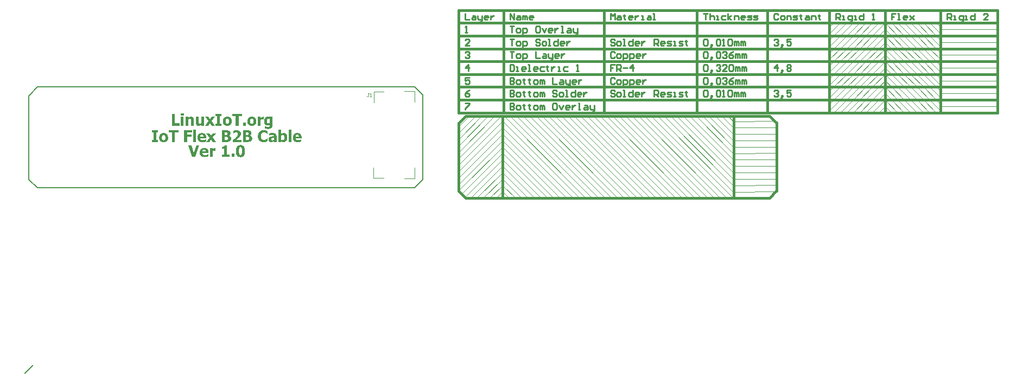
<source format=gto>
G04 Layer_Color=65535*
%FSLAX25Y25*%
%MOIN*%
G70*
G01*
G75*
%ADD12C,0.00709*%
%ADD14C,0.00100*%
%ADD15C,0.01500*%
%ADD16C,0.00394*%
%ADD17C,0.01000*%
%ADD18C,0.00276*%
G36*
X95418Y44822D02*
X93654D01*
Y46125D01*
X95418D01*
Y44822D01*
D02*
G37*
G36*
X100110Y44211D02*
X100180D01*
X100260Y44200D01*
X100433Y44154D01*
X100641Y44096D01*
X100848Y44004D01*
X101044Y43865D01*
X101148Y43785D01*
X101229Y43692D01*
X101252Y43669D01*
X101275Y43635D01*
X101298Y43600D01*
X101333Y43543D01*
X101367Y43473D01*
X101402Y43404D01*
X101448Y43312D01*
X101529Y43104D01*
X101598Y42839D01*
X101644Y42540D01*
X101667Y42194D01*
Y38700D01*
X99995D01*
Y41363D01*
Y41375D01*
Y41421D01*
Y41479D01*
Y41571D01*
X99984Y41663D01*
Y41767D01*
X99961Y42009D01*
Y42021D01*
Y42067D01*
X99949Y42124D01*
X99937Y42194D01*
X99914Y42344D01*
X99891Y42424D01*
X99868Y42482D01*
Y42493D01*
X99857Y42516D01*
X99799Y42586D01*
X99718Y42666D01*
X99615Y42747D01*
X99603D01*
X99580Y42759D01*
X99546Y42770D01*
X99499Y42793D01*
X99442Y42805D01*
X99361Y42816D01*
X99280Y42828D01*
X99096D01*
X99050Y42816D01*
X98911Y42793D01*
X98750Y42747D01*
X98738D01*
X98715Y42735D01*
X98669Y42712D01*
X98623Y42689D01*
X98473Y42609D01*
X98312Y42505D01*
Y38700D01*
X96640D01*
Y44061D01*
X98312D01*
Y43473D01*
X98335Y43485D01*
X98381Y43531D01*
X98462Y43589D01*
X98566Y43669D01*
X98681Y43762D01*
X98819Y43854D01*
X98958Y43935D01*
X99107Y44015D01*
X99130Y44027D01*
X99177Y44050D01*
X99257Y44085D01*
X99361Y44119D01*
X99488Y44154D01*
X99638Y44188D01*
X99799Y44211D01*
X99972Y44223D01*
X100053D01*
X100110Y44211D01*
D02*
G37*
G36*
X144316Y44073D02*
X144443D01*
X144512Y44061D01*
Y42482D01*
X144363D01*
X144351Y42493D01*
X144293Y42505D01*
X144213Y42516D01*
X144086Y42528D01*
X144051D01*
X144017Y42540D01*
X143971D01*
X143844Y42551D01*
X143590D01*
X143521Y42540D01*
X143440Y42528D01*
X143348Y42516D01*
X143129Y42470D01*
X143117D01*
X143083Y42459D01*
X143025Y42436D01*
X142956Y42413D01*
X142864Y42390D01*
X142771Y42355D01*
X142576Y42286D01*
Y38700D01*
X140904D01*
Y44061D01*
X142576D01*
Y43289D01*
X142598Y43312D01*
X142656Y43358D01*
X142748Y43450D01*
X142887Y43554D01*
X142898Y43566D01*
X142921Y43577D01*
X142956Y43612D01*
X143014Y43646D01*
X143129Y43727D01*
X143256Y43808D01*
X143267D01*
X143290Y43831D01*
X143325Y43854D01*
X143383Y43877D01*
X143509Y43935D01*
X143682Y44004D01*
X143694D01*
X143728Y44015D01*
X143775Y44027D01*
X143832Y44050D01*
X143982Y44073D01*
X144144Y44085D01*
X144247D01*
X144316Y44073D01*
D02*
G37*
G36*
X112482Y41421D02*
X114465Y38700D01*
X112505D01*
X111479Y40233D01*
X110418Y38700D01*
X108504D01*
X110487Y41375D01*
X108539Y44061D01*
X110487D01*
X111502Y42551D01*
X112517Y44061D01*
X114442D01*
X112482Y41421D01*
D02*
G37*
G36*
X107893Y38700D02*
X106221D01*
Y39288D01*
X106198Y39276D01*
X106152Y39230D01*
X106060Y39161D01*
X105956Y39081D01*
X105829Y38988D01*
X105691Y38896D01*
X105553Y38815D01*
X105414Y38735D01*
X105403Y38723D01*
X105357Y38712D01*
X105276Y38677D01*
X105172Y38642D01*
X105045Y38608D01*
X104895Y38585D01*
X104734Y38562D01*
X104550Y38550D01*
X104469D01*
X104423Y38562D01*
X104353D01*
X104273Y38573D01*
X104100Y38608D01*
X103892Y38677D01*
X103685Y38758D01*
X103489Y38884D01*
X103396Y38954D01*
X103304Y39046D01*
Y39057D01*
X103281Y39069D01*
X103270Y39104D01*
X103235Y39138D01*
X103200Y39196D01*
X103166Y39265D01*
X103131Y39334D01*
X103085Y39426D01*
X103039Y39530D01*
X103005Y39645D01*
X102970Y39761D01*
X102935Y39899D01*
X102912Y40049D01*
X102889Y40210D01*
X102866Y40383D01*
Y40568D01*
Y44061D01*
X104538D01*
Y41398D01*
Y41375D01*
Y41329D01*
Y41248D01*
Y41156D01*
Y41052D01*
Y40937D01*
X104550Y40821D01*
Y40718D01*
Y40706D01*
Y40672D01*
X104561Y40626D01*
X104573Y40568D01*
X104607Y40429D01*
X104653Y40280D01*
Y40268D01*
X104665Y40257D01*
X104711Y40187D01*
X104792Y40095D01*
X104895Y40026D01*
X104907D01*
X104930Y40014D01*
X104965Y40003D01*
X105011Y39991D01*
X105080Y39968D01*
X105149Y39957D01*
X105241Y39945D01*
X105414D01*
X105460Y39957D01*
X105599Y39980D01*
X105760Y40026D01*
X105772D01*
X105806Y40038D01*
X105852Y40060D01*
X105910Y40084D01*
X106060Y40153D01*
X106221Y40257D01*
Y44061D01*
X107893D01*
Y38700D01*
D02*
G37*
G36*
X133559D02*
X131864D01*
Y40579D01*
X133559D01*
Y38700D01*
D02*
G37*
G36*
X131184Y44477D02*
X129085D01*
Y38700D01*
X127298D01*
Y44477D01*
X125200D01*
Y45814D01*
X131184D01*
Y44477D01*
D02*
G37*
G36*
X118731Y44569D02*
X117705D01*
Y39945D01*
X118731D01*
Y38700D01*
X114892D01*
Y39945D01*
X115918D01*
Y44569D01*
X114892D01*
Y45814D01*
X118731D01*
Y44569D01*
D02*
G37*
G36*
X95372Y38700D02*
X93700D01*
Y44061D01*
X95372D01*
Y38700D01*
D02*
G37*
G36*
X89987Y40038D02*
X92939D01*
Y38700D01*
X88200D01*
Y45814D01*
X89987D01*
Y40038D01*
D02*
G37*
G36*
X137468Y44211D02*
X137572Y44200D01*
X137698Y44188D01*
X137848Y44165D01*
X137998Y44131D01*
X138321Y44038D01*
X138494Y43981D01*
X138667Y43900D01*
X138828Y43819D01*
X138990Y43716D01*
X139151Y43600D01*
X139289Y43462D01*
X139301Y43450D01*
X139324Y43427D01*
X139359Y43381D01*
X139405Y43323D01*
X139462Y43243D01*
X139520Y43151D01*
X139589Y43047D01*
X139658Y42920D01*
X139716Y42770D01*
X139785Y42620D01*
X139843Y42447D01*
X139901Y42263D01*
X139947Y42055D01*
X139981Y41848D01*
X140004Y41617D01*
X140016Y41375D01*
Y41363D01*
Y41317D01*
Y41248D01*
X140004Y41156D01*
X139993Y41041D01*
X139981Y40914D01*
X139958Y40775D01*
X139924Y40614D01*
X139843Y40280D01*
X139785Y40107D01*
X139705Y39934D01*
X139624Y39761D01*
X139532Y39599D01*
X139416Y39438D01*
X139289Y39288D01*
X139278Y39276D01*
X139255Y39253D01*
X139209Y39219D01*
X139151Y39173D01*
X139082Y39115D01*
X138990Y39046D01*
X138886Y38988D01*
X138759Y38919D01*
X138621Y38838D01*
X138471Y38781D01*
X138309Y38712D01*
X138125Y38654D01*
X137929Y38608D01*
X137710Y38573D01*
X137491Y38550D01*
X137249Y38539D01*
X137122D01*
X137030Y38550D01*
X136926Y38562D01*
X136799Y38573D01*
X136649Y38596D01*
X136499Y38631D01*
X136176Y38723D01*
X136003Y38781D01*
X135830Y38850D01*
X135669Y38942D01*
X135508Y39046D01*
X135346Y39161D01*
X135208Y39288D01*
X135196Y39300D01*
X135173Y39323D01*
X135139Y39369D01*
X135092Y39426D01*
X135046Y39507D01*
X134977Y39599D01*
X134920Y39715D01*
X134850Y39830D01*
X134781Y39980D01*
X134724Y40130D01*
X134654Y40303D01*
X134608Y40487D01*
X134562Y40695D01*
X134528Y40902D01*
X134504Y41133D01*
X134493Y41375D01*
Y41387D01*
Y41433D01*
Y41502D01*
X134504Y41594D01*
X134516Y41709D01*
X134528Y41836D01*
X134551Y41986D01*
X134585Y42136D01*
X134666Y42470D01*
X134724Y42643D01*
X134793Y42816D01*
X134873Y42989D01*
X134977Y43162D01*
X135081Y43312D01*
X135208Y43462D01*
X135219Y43473D01*
X135242Y43497D01*
X135289Y43531D01*
X135346Y43577D01*
X135415Y43635D01*
X135508Y43704D01*
X135611Y43773D01*
X135738Y43842D01*
X135877Y43912D01*
X136026Y43981D01*
X136188Y44050D01*
X136372Y44108D01*
X136568Y44154D01*
X136787Y44188D01*
X137006Y44211D01*
X137249Y44223D01*
X137375D01*
X137468Y44211D01*
D02*
G37*
G36*
X122398D02*
X122502Y44200D01*
X122629Y44188D01*
X122778Y44165D01*
X122928Y44131D01*
X123251Y44038D01*
X123424Y43981D01*
X123597Y43900D01*
X123758Y43819D01*
X123920Y43716D01*
X124081Y43600D01*
X124220Y43462D01*
X124231Y43450D01*
X124254Y43427D01*
X124289Y43381D01*
X124335Y43323D01*
X124393Y43243D01*
X124450Y43151D01*
X124520Y43047D01*
X124589Y42920D01*
X124646Y42770D01*
X124715Y42620D01*
X124773Y42447D01*
X124831Y42263D01*
X124877Y42055D01*
X124911Y41848D01*
X124935Y41617D01*
X124946Y41375D01*
Y41363D01*
Y41317D01*
Y41248D01*
X124935Y41156D01*
X124923Y41041D01*
X124911Y40914D01*
X124889Y40775D01*
X124854Y40614D01*
X124773Y40280D01*
X124715Y40107D01*
X124635Y39934D01*
X124554Y39761D01*
X124462Y39599D01*
X124347Y39438D01*
X124220Y39288D01*
X124208Y39276D01*
X124185Y39253D01*
X124139Y39219D01*
X124081Y39173D01*
X124012Y39115D01*
X123920Y39046D01*
X123816Y38988D01*
X123689Y38919D01*
X123551Y38838D01*
X123401Y38781D01*
X123240Y38712D01*
X123055Y38654D01*
X122859Y38608D01*
X122640Y38573D01*
X122421Y38550D01*
X122179Y38539D01*
X122052D01*
X121960Y38550D01*
X121856Y38562D01*
X121729Y38573D01*
X121579Y38596D01*
X121430Y38631D01*
X121107Y38723D01*
X120934Y38781D01*
X120761Y38850D01*
X120599Y38942D01*
X120438Y39046D01*
X120276Y39161D01*
X120138Y39288D01*
X120127Y39300D01*
X120104Y39323D01*
X120069Y39369D01*
X120023Y39426D01*
X119977Y39507D01*
X119907Y39599D01*
X119850Y39715D01*
X119781Y39830D01*
X119711Y39980D01*
X119654Y40130D01*
X119585Y40303D01*
X119538Y40487D01*
X119492Y40695D01*
X119458Y40902D01*
X119435Y41133D01*
X119423Y41375D01*
Y41387D01*
Y41433D01*
Y41502D01*
X119435Y41594D01*
X119446Y41709D01*
X119458Y41836D01*
X119481Y41986D01*
X119516Y42136D01*
X119596Y42470D01*
X119654Y42643D01*
X119723Y42816D01*
X119804Y42989D01*
X119907Y43162D01*
X120011Y43312D01*
X120138Y43462D01*
X120150Y43473D01*
X120173Y43497D01*
X120219Y43531D01*
X120276Y43577D01*
X120346Y43635D01*
X120438Y43704D01*
X120542Y43773D01*
X120668Y43842D01*
X120807Y43912D01*
X120957Y43981D01*
X121118Y44050D01*
X121303Y44108D01*
X121499Y44154D01*
X121718Y44188D01*
X121937Y44211D01*
X122179Y44223D01*
X122306D01*
X122398Y44211D01*
D02*
G37*
G36*
X147268D02*
X147372Y44200D01*
X147499Y44177D01*
X147752Y44108D01*
X147764D01*
X147810Y44085D01*
X147868Y44061D01*
X147949Y44027D01*
X148041Y43992D01*
X148144Y43935D01*
X148352Y43819D01*
X148410Y44061D01*
X150035D01*
Y39300D01*
Y39288D01*
Y39265D01*
Y39230D01*
Y39173D01*
X150024Y39115D01*
Y39046D01*
X150012Y38873D01*
X149978Y38677D01*
X149943Y38469D01*
X149885Y38262D01*
X149816Y38054D01*
X149805Y38031D01*
X149782Y37962D01*
X149724Y37870D01*
X149666Y37754D01*
X149574Y37616D01*
X149482Y37489D01*
X149355Y37351D01*
X149228Y37236D01*
X149217Y37224D01*
X149159Y37190D01*
X149078Y37132D01*
X148975Y37074D01*
X148836Y37005D01*
X148686Y36924D01*
X148513Y36867D01*
X148329Y36809D01*
X148306D01*
X148237Y36786D01*
X148133Y36763D01*
X147995Y36740D01*
X147822Y36717D01*
X147614Y36694D01*
X147395Y36682D01*
X147164Y36671D01*
X146968D01*
X146842Y36682D01*
X146680D01*
X146519Y36705D01*
X146150Y36740D01*
X146127D01*
X146069Y36751D01*
X145977Y36763D01*
X145861Y36786D01*
X145735Y36809D01*
X145596Y36832D01*
X145458Y36867D01*
X145320Y36901D01*
Y38239D01*
X145516D01*
X145539Y38227D01*
X145596Y38216D01*
X145689Y38181D01*
X145804Y38147D01*
X145815D01*
X145838Y38135D01*
X145873Y38124D01*
X145908Y38112D01*
X146023Y38077D01*
X146150Y38043D01*
X146161D01*
X146184Y38031D01*
X146230Y38020D01*
X146277Y38008D01*
X146403Y37985D01*
X146553Y37951D01*
X146588D01*
X146623Y37939D01*
X146680D01*
X146807Y37927D01*
X146957Y37916D01*
X147107D01*
X147211Y37927D01*
X147314Y37939D01*
X147441Y37951D01*
X147556Y37974D01*
X147672Y38008D01*
X147683D01*
X147718Y38031D01*
X147775Y38043D01*
X147833Y38077D01*
X147971Y38158D01*
X148041Y38204D01*
X148098Y38262D01*
X148110Y38273D01*
X148121Y38296D01*
X148144Y38331D01*
X148179Y38377D01*
X148248Y38504D01*
X148306Y38665D01*
Y38677D01*
X148317Y38700D01*
X148329Y38758D01*
X148340Y38815D01*
Y38896D01*
X148352Y38988D01*
X148363Y39104D01*
Y39219D01*
Y39323D01*
X148352Y39311D01*
X148317Y39288D01*
X148248Y39242D01*
X148179Y39184D01*
X148075Y39127D01*
X147960Y39057D01*
X147845Y38988D01*
X147706Y38931D01*
X147695Y38919D01*
X147649Y38908D01*
X147568Y38884D01*
X147476Y38861D01*
X147360Y38827D01*
X147234Y38804D01*
X147095Y38792D01*
X146945Y38781D01*
X146842D01*
X146772Y38792D01*
X146680Y38804D01*
X146588Y38815D01*
X146346Y38861D01*
X146092Y38942D01*
X145954Y39000D01*
X145827Y39069D01*
X145689Y39138D01*
X145562Y39230D01*
X145447Y39334D01*
X145331Y39450D01*
X145320Y39461D01*
X145308Y39484D01*
X145285Y39519D01*
X145239Y39576D01*
X145204Y39645D01*
X145158Y39738D01*
X145100Y39841D01*
X145054Y39968D01*
X144997Y40107D01*
X144951Y40257D01*
X144893Y40429D01*
X144858Y40614D01*
X144824Y40810D01*
X144789Y41041D01*
X144778Y41271D01*
X144766Y41525D01*
Y41536D01*
Y41548D01*
Y41583D01*
Y41629D01*
X144778Y41744D01*
X144789Y41894D01*
X144812Y42067D01*
X144835Y42263D01*
X144881Y42459D01*
X144939Y42643D01*
Y42655D01*
X144951Y42666D01*
X144974Y42724D01*
X145008Y42828D01*
X145066Y42943D01*
X145135Y43081D01*
X145216Y43220D01*
X145308Y43370D01*
X145423Y43508D01*
X145435Y43519D01*
X145481Y43566D01*
X145539Y43623D01*
X145631Y43704D01*
X145735Y43785D01*
X145850Y43877D01*
X145988Y43958D01*
X146138Y44038D01*
X146161Y44050D01*
X146207Y44073D01*
X146300Y44096D01*
X146403Y44131D01*
X146542Y44165D01*
X146692Y44200D01*
X146853Y44211D01*
X147014Y44223D01*
X147164D01*
X147268Y44211D01*
D02*
G37*
G36*
X144738Y35902D02*
X144853D01*
X144980Y35891D01*
X145245Y35856D01*
X145257D01*
X145303Y35845D01*
X145372Y35833D01*
X145453Y35822D01*
X145545Y35810D01*
X145660Y35787D01*
X145891Y35729D01*
X145902D01*
X145937Y35718D01*
X145983Y35706D01*
X146052Y35683D01*
X146122Y35649D01*
X146214Y35614D01*
X146421Y35533D01*
X146433D01*
X146467Y35510D01*
X146525Y35487D01*
X146594Y35464D01*
X146744Y35383D01*
X146894Y35314D01*
Y33631D01*
X146710D01*
X146686Y33654D01*
X146617Y33700D01*
X146525Y33792D01*
X146387Y33896D01*
X146375Y33908D01*
X146352Y33919D01*
X146306Y33954D01*
X146260Y34000D01*
X146191Y34046D01*
X146110Y34092D01*
X145937Y34207D01*
X145925Y34219D01*
X145891Y34230D01*
X145845Y34265D01*
X145776Y34300D01*
X145695Y34334D01*
X145603Y34380D01*
X145395Y34461D01*
X145384D01*
X145349Y34484D01*
X145280Y34496D01*
X145211Y34519D01*
X145107Y34542D01*
X145003Y34553D01*
X144773Y34576D01*
X144703D01*
X144634Y34565D01*
X144542D01*
X144427Y34542D01*
X144311Y34519D01*
X144184Y34496D01*
X144058Y34449D01*
X144046D01*
X144000Y34426D01*
X143942Y34392D01*
X143862Y34346D01*
X143769Y34288D01*
X143666Y34219D01*
X143550Y34127D01*
X143447Y34023D01*
X143435Y34011D01*
X143400Y33977D01*
X143354Y33919D01*
X143297Y33838D01*
X143227Y33735D01*
X143147Y33608D01*
X143078Y33458D01*
X143008Y33296D01*
X142997Y33273D01*
X142985Y33216D01*
X142962Y33112D01*
X142928Y32985D01*
X142893Y32824D01*
X142870Y32639D01*
X142859Y32432D01*
X142847Y32201D01*
Y32190D01*
Y32166D01*
Y32132D01*
Y32086D01*
X142859Y31971D01*
X142870Y31809D01*
X142893Y31636D01*
X142916Y31452D01*
X142962Y31256D01*
X143020Y31083D01*
X143031Y31060D01*
X143054Y31014D01*
X143089Y30921D01*
X143147Y30829D01*
X143204Y30714D01*
X143285Y30587D01*
X143377Y30472D01*
X143481Y30356D01*
X143493Y30345D01*
X143527Y30310D01*
X143585Y30264D01*
X143666Y30206D01*
X143758Y30149D01*
X143862Y30080D01*
X143965Y30022D01*
X144092Y29976D01*
X144104D01*
X144150Y29953D01*
X144219Y29941D01*
X144311Y29918D01*
X144415Y29895D01*
X144530Y29884D01*
X144784Y29860D01*
X144842D01*
X144911Y29872D01*
X145003D01*
X145095Y29884D01*
X145211Y29907D01*
X145453Y29976D01*
X145464D01*
X145510Y29999D01*
X145568Y30022D01*
X145637Y30057D01*
X145822Y30137D01*
X145995Y30229D01*
X146006Y30241D01*
X146029Y30253D01*
X146075Y30287D01*
X146133Y30322D01*
X146271Y30414D01*
X146410Y30529D01*
X146421Y30541D01*
X146444Y30552D01*
X146479Y30587D01*
X146513Y30621D01*
X146617Y30714D01*
X146721Y30806D01*
X146894D01*
Y29134D01*
X146882D01*
X146859Y29123D01*
X146813Y29100D01*
X146767Y29076D01*
X146698Y29042D01*
X146617Y29007D01*
X146433Y28915D01*
X146421D01*
X146387Y28892D01*
X146341Y28869D01*
X146271Y28846D01*
X146191Y28811D01*
X146098Y28788D01*
X145902Y28719D01*
X145891D01*
X145845Y28708D01*
X145787Y28696D01*
X145695Y28673D01*
X145603Y28650D01*
X145499Y28627D01*
X145280Y28581D01*
X145268D01*
X145222Y28569D01*
X145165Y28558D01*
X145072D01*
X144957Y28546D01*
X144819Y28535D01*
X144657Y28523D01*
X144404D01*
X144323Y28535D01*
X144208D01*
X144081Y28558D01*
X143919Y28569D01*
X143746Y28604D01*
X143562Y28638D01*
X143366Y28696D01*
X143158Y28754D01*
X142939Y28834D01*
X142732Y28927D01*
X142524Y29042D01*
X142317Y29169D01*
X142121Y29307D01*
X141936Y29480D01*
X141925Y29492D01*
X141902Y29526D01*
X141855Y29584D01*
X141786Y29664D01*
X141717Y29757D01*
X141636Y29884D01*
X141556Y30022D01*
X141475Y30183D01*
X141383Y30368D01*
X141302Y30575D01*
X141221Y30795D01*
X141152Y31037D01*
X141094Y31302D01*
X141048Y31578D01*
X141014Y31878D01*
X141002Y32201D01*
Y32224D01*
Y32282D01*
X141014Y32362D01*
Y32478D01*
X141037Y32628D01*
X141048Y32789D01*
X141083Y32974D01*
X141118Y33170D01*
X141164Y33389D01*
X141233Y33608D01*
X141302Y33827D01*
X141394Y34058D01*
X141498Y34277D01*
X141625Y34496D01*
X141775Y34703D01*
X141936Y34899D01*
X141948Y34911D01*
X141982Y34945D01*
X142040Y34991D01*
X142109Y35061D01*
X142201Y35130D01*
X142317Y35222D01*
X142455Y35314D01*
X142605Y35407D01*
X142778Y35499D01*
X142974Y35591D01*
X143181Y35683D01*
X143412Y35752D01*
X143654Y35822D01*
X143919Y35868D01*
X144196Y35902D01*
X144484Y35914D01*
X144634D01*
X144738Y35902D01*
D02*
G37*
G36*
X113353Y31383D02*
X115336Y28661D01*
X113376D01*
X112350Y30195D01*
X111289Y28661D01*
X109375D01*
X111358Y31336D01*
X109410Y34023D01*
X111358D01*
X112373Y32512D01*
X113388Y34023D01*
X115313D01*
X113353Y31383D01*
D02*
G37*
G36*
X161560Y28661D02*
X159888D01*
Y36087D01*
X161560D01*
Y28661D01*
D02*
G37*
G36*
X150042Y34173D02*
X150157D01*
X150284Y34161D01*
X150422Y34150D01*
X150584Y34127D01*
X150906Y34069D01*
X151241Y33988D01*
X151564Y33873D01*
X151702Y33792D01*
X151829Y33712D01*
X151840D01*
X151852Y33689D01*
X151933Y33631D01*
X152025Y33516D01*
X152152Y33366D01*
X152267Y33170D01*
X152359Y32928D01*
X152440Y32639D01*
X152451Y32478D01*
X152463Y32305D01*
Y28661D01*
X150791D01*
Y29226D01*
X150780Y29215D01*
X150768Y29203D01*
X150687Y29134D01*
X150584Y29053D01*
X150480Y28961D01*
X150468D01*
X150457Y28938D01*
X150422Y28915D01*
X150388Y28892D01*
X150272Y28823D01*
X150122Y28742D01*
X150111D01*
X150088Y28731D01*
X150042Y28708D01*
X149984Y28684D01*
X149846Y28627D01*
X149684Y28581D01*
X149673D01*
X149650Y28569D01*
X149603Y28558D01*
X149534D01*
X149454Y28546D01*
X149350Y28535D01*
X149235Y28523D01*
X149027D01*
X148981Y28535D01*
X148843Y28546D01*
X148681Y28581D01*
X148497Y28638D01*
X148301Y28719D01*
X148105Y28834D01*
X147920Y28996D01*
X147897Y29019D01*
X147851Y29076D01*
X147770Y29180D01*
X147690Y29319D01*
X147609Y29492D01*
X147528Y29699D01*
X147482Y29930D01*
X147459Y30195D01*
Y30206D01*
Y30218D01*
Y30253D01*
Y30299D01*
X147470Y30402D01*
X147494Y30541D01*
X147517Y30691D01*
X147551Y30852D01*
X147609Y31014D01*
X147690Y31163D01*
X147701Y31175D01*
X147736Y31221D01*
X147793Y31290D01*
X147863Y31371D01*
X147966Y31463D01*
X148082Y31567D01*
X148220Y31659D01*
X148370Y31740D01*
X148393Y31751D01*
X148451Y31775D01*
X148543Y31809D01*
X148670Y31855D01*
X148831Y31913D01*
X149015Y31959D01*
X149223Y32005D01*
X149442Y32040D01*
X149477D01*
X149511Y32051D01*
X149557D01*
X149615Y32063D01*
X149684Y32074D01*
X149846Y32097D01*
X150053Y32120D01*
X150284Y32144D01*
X150526Y32166D01*
X150791Y32190D01*
Y32213D01*
Y32236D01*
Y32282D01*
X150780Y32362D01*
X150757Y32455D01*
X150710Y32559D01*
X150653Y32662D01*
X150572Y32755D01*
X150468Y32835D01*
X150457Y32847D01*
X150411Y32870D01*
X150330Y32893D01*
X150226Y32928D01*
X150088Y32962D01*
X149926Y32997D01*
X149730Y33008D01*
X149500Y33020D01*
X149384D01*
X149304Y33008D01*
X149200Y32997D01*
X149085Y32974D01*
X148946Y32939D01*
X148808Y32904D01*
X148796D01*
X148739Y32881D01*
X148670Y32858D01*
X148566Y32824D01*
X148451Y32789D01*
X148324Y32743D01*
X148047Y32628D01*
X147909D01*
Y33908D01*
X147920D01*
X147955Y33919D01*
X148012Y33942D01*
X148105Y33965D01*
X148208Y33988D01*
X148347Y34011D01*
X148508Y34046D01*
X148704Y34080D01*
X148727D01*
X148796Y34092D01*
X148912Y34115D01*
X149050Y34138D01*
X149223Y34150D01*
X149407Y34173D01*
X149603Y34184D01*
X149938D01*
X150042Y34173D01*
D02*
G37*
G36*
X134787Y35764D02*
X134984D01*
X135179Y35752D01*
X135375Y35729D01*
X135537Y35706D01*
X135560D01*
X135606Y35695D01*
X135687Y35683D01*
X135779Y35660D01*
X135906Y35625D01*
X136033Y35579D01*
X136160Y35533D01*
X136298Y35464D01*
X136309Y35453D01*
X136356Y35429D01*
X136425Y35383D01*
X136517Y35314D01*
X136598Y35234D01*
X136702Y35141D01*
X136782Y35037D01*
X136863Y34911D01*
X136874Y34899D01*
X136898Y34853D01*
X136920Y34772D01*
X136967Y34680D01*
X137001Y34565D01*
X137024Y34426D01*
X137047Y34277D01*
X137059Y34115D01*
Y34092D01*
Y34023D01*
X137047Y33931D01*
X137024Y33804D01*
X136990Y33654D01*
X136944Y33504D01*
X136886Y33343D01*
X136794Y33181D01*
X136782Y33158D01*
X136748Y33112D01*
X136690Y33043D01*
X136609Y32951D01*
X136505Y32858D01*
X136390Y32755D01*
X136240Y32662D01*
X136079Y32582D01*
Y32547D01*
X136090D01*
X136113Y32535D01*
X136148D01*
X136183Y32524D01*
X136309Y32478D01*
X136459Y32420D01*
X136621Y32351D01*
X136794Y32247D01*
X136967Y32132D01*
X137128Y31982D01*
X137151Y31959D01*
X137197Y31901D01*
X137255Y31809D01*
X137336Y31682D01*
X137405Y31509D01*
X137474Y31313D01*
X137520Y31083D01*
X137532Y30829D01*
Y30806D01*
Y30737D01*
X137520Y30645D01*
X137509Y30518D01*
X137486Y30368D01*
X137439Y30206D01*
X137393Y30057D01*
X137324Y29895D01*
X137313Y29884D01*
X137290Y29826D01*
X137243Y29757D01*
X137186Y29664D01*
X137105Y29561D01*
X137013Y29457D01*
X136909Y29342D01*
X136782Y29238D01*
X136759Y29226D01*
X136713Y29192D01*
X136632Y29134D01*
X136529Y29065D01*
X136402Y28996D01*
X136252Y28915D01*
X136079Y28846D01*
X135906Y28788D01*
X135883D01*
X135814Y28765D01*
X135710Y28754D01*
X135572Y28731D01*
X135399Y28708D01*
X135191Y28684D01*
X134949Y28673D01*
X134684Y28661D01*
X131847D01*
Y35775D01*
X134615D01*
X134787Y35764D01*
D02*
G37*
G36*
X128158Y35902D02*
X128261D01*
X128388Y35879D01*
X128515Y35868D01*
X128665Y35845D01*
X128976Y35775D01*
X129288Y35672D01*
X129449Y35614D01*
X129599Y35533D01*
X129737Y35453D01*
X129864Y35349D01*
X129876Y35337D01*
X129887Y35326D01*
X129922Y35291D01*
X129968Y35245D01*
X130014Y35187D01*
X130072Y35118D01*
X130129Y35037D01*
X130199Y34934D01*
X130256Y34830D01*
X130314Y34715D01*
X130371Y34576D01*
X130418Y34438D01*
X130464Y34288D01*
X130498Y34127D01*
X130510Y33942D01*
X130521Y33758D01*
Y33746D01*
Y33735D01*
Y33700D01*
Y33654D01*
X130510Y33527D01*
X130487Y33366D01*
X130452Y33170D01*
X130395Y32962D01*
X130325Y32743D01*
X130222Y32512D01*
Y32501D01*
X130210Y32489D01*
X130187Y32455D01*
X130164Y32409D01*
X130095Y32282D01*
X129991Y32132D01*
X129853Y31936D01*
X129680Y31717D01*
X129484Y31475D01*
X129242Y31221D01*
X129218Y31198D01*
X129172Y31152D01*
X129080Y31071D01*
X128976Y30967D01*
X128849Y30852D01*
X128700Y30725D01*
X128400Y30460D01*
X128377Y30449D01*
X128331Y30402D01*
X128261Y30356D01*
X128181Y30287D01*
X127985Y30126D01*
X127892Y30057D01*
X127812Y29999D01*
X130833D01*
Y28661D01*
X125610D01*
Y29814D01*
X125621Y29826D01*
X125644Y29838D01*
X125679Y29860D01*
X125725Y29907D01*
X125840Y29999D01*
X126002Y30137D01*
X126186Y30287D01*
X126394Y30449D01*
X126590Y30621D01*
X126797Y30795D01*
X126809Y30806D01*
X126820Y30817D01*
X126889Y30875D01*
X126982Y30967D01*
X127109Y31083D01*
X127258Y31221D01*
X127420Y31371D01*
X127581Y31532D01*
X127731Y31694D01*
X127743Y31705D01*
X127754Y31717D01*
X127823Y31786D01*
X127916Y31890D01*
X128031Y32017D01*
X128146Y32166D01*
X128273Y32328D01*
X128388Y32489D01*
X128492Y32651D01*
X128504Y32674D01*
X128527Y32720D01*
X128573Y32801D01*
X128619Y32916D01*
X128654Y33043D01*
X128700Y33193D01*
X128723Y33354D01*
X128734Y33516D01*
Y33527D01*
Y33539D01*
Y33596D01*
X128723Y33689D01*
X128700Y33792D01*
X128665Y33919D01*
X128607Y34046D01*
X128538Y34173D01*
X128434Y34277D01*
X128423Y34288D01*
X128377Y34323D01*
X128308Y34357D01*
X128215Y34415D01*
X128100Y34461D01*
X127962Y34496D01*
X127789Y34530D01*
X127604Y34542D01*
X127500D01*
X127431Y34530D01*
X127270Y34519D01*
X127085Y34473D01*
X127074D01*
X127039Y34461D01*
X126993Y34449D01*
X126936Y34426D01*
X126855Y34403D01*
X126774Y34369D01*
X126590Y34300D01*
X126578D01*
X126555Y34277D01*
X126509Y34265D01*
X126451Y34230D01*
X126313Y34161D01*
X126175Y34080D01*
X126163D01*
X126152Y34058D01*
X126082Y34023D01*
X125990Y33965D01*
X125921Y33919D01*
X125783D01*
Y35464D01*
X125794Y35476D01*
X125840Y35487D01*
X125909Y35522D01*
X126013Y35556D01*
X126140Y35591D01*
X126301Y35649D01*
X126497Y35695D01*
X126716Y35752D01*
X126728D01*
X126751Y35764D01*
X126786D01*
X126832Y35775D01*
X126947Y35798D01*
X127109Y35833D01*
X127304Y35868D01*
X127512Y35891D01*
X127731Y35902D01*
X127950Y35914D01*
X128077D01*
X128158Y35902D01*
D02*
G37*
G36*
X121851Y35764D02*
X122047D01*
X122243Y35752D01*
X122439Y35729D01*
X122600Y35706D01*
X122623D01*
X122669Y35695D01*
X122750Y35683D01*
X122842Y35660D01*
X122969Y35625D01*
X123096Y35579D01*
X123223Y35533D01*
X123361Y35464D01*
X123373Y35453D01*
X123419Y35429D01*
X123488Y35383D01*
X123580Y35314D01*
X123661Y35234D01*
X123765Y35141D01*
X123846Y35037D01*
X123926Y34911D01*
X123938Y34899D01*
X123961Y34853D01*
X123984Y34772D01*
X124030Y34680D01*
X124065Y34565D01*
X124088Y34426D01*
X124111Y34277D01*
X124122Y34115D01*
Y34092D01*
Y34023D01*
X124111Y33931D01*
X124088Y33804D01*
X124053Y33654D01*
X124007Y33504D01*
X123949Y33343D01*
X123857Y33181D01*
X123846Y33158D01*
X123811Y33112D01*
X123753Y33043D01*
X123673Y32951D01*
X123569Y32858D01*
X123453Y32755D01*
X123304Y32662D01*
X123142Y32582D01*
Y32547D01*
X123154D01*
X123177Y32535D01*
X123211D01*
X123246Y32524D01*
X123373Y32478D01*
X123523Y32420D01*
X123684Y32351D01*
X123857Y32247D01*
X124030Y32132D01*
X124191Y31982D01*
X124214Y31959D01*
X124261Y31901D01*
X124318Y31809D01*
X124399Y31682D01*
X124468Y31509D01*
X124537Y31313D01*
X124583Y31083D01*
X124595Y30829D01*
Y30806D01*
Y30737D01*
X124583Y30645D01*
X124572Y30518D01*
X124549Y30368D01*
X124503Y30206D01*
X124457Y30057D01*
X124387Y29895D01*
X124376Y29884D01*
X124353Y29826D01*
X124307Y29757D01*
X124249Y29664D01*
X124168Y29561D01*
X124076Y29457D01*
X123972Y29342D01*
X123846Y29238D01*
X123822Y29226D01*
X123776Y29192D01*
X123696Y29134D01*
X123592Y29065D01*
X123465Y28996D01*
X123315Y28915D01*
X123142Y28846D01*
X122969Y28788D01*
X122946D01*
X122877Y28765D01*
X122773Y28754D01*
X122635Y28731D01*
X122462Y28708D01*
X122254Y28684D01*
X122012Y28673D01*
X121747Y28661D01*
X118911D01*
Y35775D01*
X121678D01*
X121851Y35764D01*
D02*
G37*
G36*
X102953Y28661D02*
X101281D01*
Y36087D01*
X102953D01*
Y28661D01*
D02*
G37*
G36*
X100451Y34438D02*
X97476D01*
Y33077D01*
X100209D01*
Y31740D01*
X97476D01*
Y28661D01*
X95689D01*
Y35775D01*
X100451D01*
Y34438D01*
D02*
G37*
G36*
X92092D02*
X89993D01*
Y28661D01*
X88206D01*
Y34438D01*
X86108D01*
Y35775D01*
X92092D01*
Y34438D01*
D02*
G37*
G36*
X79640Y34530D02*
X78613D01*
Y29907D01*
X79640D01*
Y28661D01*
X75800D01*
Y29907D01*
X76826D01*
Y34530D01*
X75800D01*
Y35775D01*
X79640D01*
Y34530D01*
D02*
G37*
G36*
X155368Y33469D02*
X155380Y33481D01*
X155426Y33527D01*
X155507Y33585D01*
X155599Y33654D01*
X155703Y33735D01*
X155830Y33827D01*
X155968Y33908D01*
X156106Y33988D01*
X156130Y34000D01*
X156176Y34023D01*
X156256Y34046D01*
X156372Y34092D01*
X156499Y34127D01*
X156648Y34150D01*
X156821Y34173D01*
X157006Y34184D01*
X157098D01*
X157156Y34173D01*
X157236Y34161D01*
X157329Y34150D01*
X157536Y34092D01*
X157767Y34000D01*
X157894Y33942D01*
X158009Y33873D01*
X158124Y33792D01*
X158239Y33689D01*
X158343Y33573D01*
X158447Y33446D01*
X158459Y33435D01*
X158470Y33412D01*
X158493Y33366D01*
X158528Y33308D01*
X158562Y33239D01*
X158608Y33147D01*
X158655Y33043D01*
X158712Y32916D01*
X158758Y32789D01*
X158805Y32628D01*
X158851Y32466D01*
X158885Y32282D01*
X158920Y32086D01*
X158943Y31878D01*
X158966Y31659D01*
Y31417D01*
Y31406D01*
Y31359D01*
Y31290D01*
X158954Y31210D01*
X158943Y31094D01*
X158931Y30967D01*
X158908Y30829D01*
X158885Y30679D01*
X158805Y30345D01*
X158758Y30172D01*
X158689Y29999D01*
X158608Y29826D01*
X158528Y29664D01*
X158424Y29492D01*
X158309Y29342D01*
X158297Y29330D01*
X158274Y29307D01*
X158239Y29272D01*
X158193Y29215D01*
X158124Y29157D01*
X158055Y29100D01*
X157963Y29019D01*
X157870Y28950D01*
X157628Y28811D01*
X157352Y28684D01*
X157202Y28627D01*
X157040Y28592D01*
X156867Y28569D01*
X156694Y28558D01*
X156556D01*
X156452Y28569D01*
X156349Y28581D01*
X156233Y28592D01*
X155991Y28650D01*
X155980D01*
X155945Y28661D01*
X155887Y28684D01*
X155807Y28719D01*
X155714Y28754D01*
X155611Y28800D01*
X155368Y28927D01*
X155288Y28661D01*
X153697D01*
Y36087D01*
X155368D01*
Y33469D01*
D02*
G37*
G36*
X165515Y34173D02*
X165607Y34161D01*
X165734Y34150D01*
X165861Y34127D01*
X165999Y34104D01*
X166299Y34023D01*
X166460Y33965D01*
X166610Y33908D01*
X166760Y33827D01*
X166910Y33735D01*
X167037Y33631D01*
X167164Y33516D01*
X167175Y33504D01*
X167187Y33481D01*
X167221Y33446D01*
X167256Y33389D01*
X167314Y33331D01*
X167360Y33239D01*
X167417Y33147D01*
X167475Y33031D01*
X167533Y32904D01*
X167590Y32766D01*
X167648Y32605D01*
X167694Y32443D01*
X167729Y32259D01*
X167763Y32063D01*
X167775Y31855D01*
X167786Y31625D01*
Y31025D01*
X164120D01*
Y31014D01*
X164131Y30967D01*
Y30887D01*
X164143Y30806D01*
X164166Y30702D01*
X164189Y30599D01*
X164224Y30495D01*
X164270Y30391D01*
X164281Y30379D01*
X164293Y30345D01*
X164327Y30299D01*
X164362Y30253D01*
X164477Y30114D01*
X164627Y29999D01*
X164639Y29987D01*
X164662Y29976D01*
X164708Y29953D01*
X164777Y29918D01*
X164846Y29884D01*
X164927Y29849D01*
X165123Y29780D01*
X165134D01*
X165169Y29768D01*
X165238Y29757D01*
X165307D01*
X165400Y29745D01*
X165515Y29734D01*
X165757Y29722D01*
X165861D01*
X165942Y29734D01*
X166022D01*
X166114Y29745D01*
X166322Y29780D01*
X166334D01*
X166368Y29791D01*
X166426Y29803D01*
X166495Y29826D01*
X166668Y29884D01*
X166841Y29953D01*
X166852D01*
X166876Y29964D01*
X166922Y29987D01*
X166968Y30010D01*
X167095Y30080D01*
X167221Y30149D01*
X167233D01*
X167256Y30172D01*
X167325Y30218D01*
X167417Y30276D01*
X167510Y30345D01*
X167694D01*
Y28961D01*
X167683D01*
X167659Y28950D01*
X167625Y28938D01*
X167567Y28915D01*
X167452Y28869D01*
X167314Y28811D01*
X167302D01*
X167279Y28800D01*
X167244Y28788D01*
X167187Y28765D01*
X167129Y28742D01*
X167048Y28719D01*
X166956Y28696D01*
X166852Y28673D01*
X166841D01*
X166806Y28661D01*
X166749Y28650D01*
X166680Y28638D01*
X166599Y28627D01*
X166495Y28604D01*
X166287Y28569D01*
X166276D01*
X166241Y28558D01*
X166172D01*
X166091Y28546D01*
X165988Y28535D01*
X165872D01*
X165734Y28523D01*
X165434D01*
X165330Y28535D01*
X165204Y28546D01*
X165065Y28558D01*
X164892Y28581D01*
X164719Y28615D01*
X164350Y28696D01*
X164154Y28754D01*
X163958Y28823D01*
X163774Y28904D01*
X163589Y29007D01*
X163417Y29111D01*
X163255Y29238D01*
X163243Y29250D01*
X163221Y29272D01*
X163186Y29319D01*
X163128Y29376D01*
X163071Y29445D01*
X163001Y29538D01*
X162932Y29642D01*
X162852Y29768D01*
X162782Y29907D01*
X162702Y30057D01*
X162632Y30229D01*
X162575Y30414D01*
X162517Y30610D01*
X162483Y30829D01*
X162460Y31060D01*
X162448Y31302D01*
Y31313D01*
Y31359D01*
Y31429D01*
X162460Y31521D01*
X162471Y31636D01*
X162483Y31763D01*
X162506Y31901D01*
X162540Y32063D01*
X162632Y32397D01*
X162690Y32570D01*
X162759Y32743D01*
X162852Y32916D01*
X162955Y33089D01*
X163071Y33250D01*
X163197Y33400D01*
X163209Y33412D01*
X163232Y33435D01*
X163278Y33469D01*
X163336Y33527D01*
X163417Y33585D01*
X163509Y33654D01*
X163612Y33723D01*
X163739Y33792D01*
X163889Y33862D01*
X164039Y33942D01*
X164212Y34000D01*
X164408Y34058D01*
X164604Y34115D01*
X164823Y34150D01*
X165065Y34173D01*
X165307Y34184D01*
X165423D01*
X165515Y34173D01*
D02*
G37*
G36*
X106908D02*
X107000Y34161D01*
X107127Y34150D01*
X107254Y34127D01*
X107392Y34104D01*
X107692Y34023D01*
X107853Y33965D01*
X108003Y33908D01*
X108153Y33827D01*
X108303Y33735D01*
X108430Y33631D01*
X108557Y33516D01*
X108568Y33504D01*
X108580Y33481D01*
X108614Y33446D01*
X108649Y33389D01*
X108707Y33331D01*
X108753Y33239D01*
X108810Y33147D01*
X108868Y33031D01*
X108926Y32904D01*
X108983Y32766D01*
X109041Y32605D01*
X109087Y32443D01*
X109122Y32259D01*
X109156Y32063D01*
X109168Y31855D01*
X109179Y31625D01*
Y31025D01*
X105513D01*
Y31014D01*
X105524Y30967D01*
Y30887D01*
X105536Y30806D01*
X105559Y30702D01*
X105582Y30599D01*
X105617Y30495D01*
X105663Y30391D01*
X105674Y30379D01*
X105686Y30345D01*
X105720Y30299D01*
X105755Y30253D01*
X105870Y30114D01*
X106020Y29999D01*
X106032Y29987D01*
X106055Y29976D01*
X106101Y29953D01*
X106170Y29918D01*
X106239Y29884D01*
X106320Y29849D01*
X106516Y29780D01*
X106527D01*
X106562Y29768D01*
X106631Y29757D01*
X106700D01*
X106793Y29745D01*
X106908Y29734D01*
X107150Y29722D01*
X107254D01*
X107334Y29734D01*
X107415D01*
X107508Y29745D01*
X107715Y29780D01*
X107727D01*
X107761Y29791D01*
X107819Y29803D01*
X107888Y29826D01*
X108061Y29884D01*
X108234Y29953D01*
X108245D01*
X108268Y29964D01*
X108315Y29987D01*
X108361Y30010D01*
X108488Y30080D01*
X108614Y30149D01*
X108626D01*
X108649Y30172D01*
X108718Y30218D01*
X108810Y30276D01*
X108903Y30345D01*
X109087D01*
Y28961D01*
X109076D01*
X109053Y28950D01*
X109018Y28938D01*
X108960Y28915D01*
X108845Y28869D01*
X108707Y28811D01*
X108695D01*
X108672Y28800D01*
X108637Y28788D01*
X108580Y28765D01*
X108522Y28742D01*
X108441Y28719D01*
X108349Y28696D01*
X108245Y28673D01*
X108234D01*
X108199Y28661D01*
X108142Y28650D01*
X108072Y28638D01*
X107992Y28627D01*
X107888Y28604D01*
X107680Y28569D01*
X107669D01*
X107634Y28558D01*
X107565D01*
X107484Y28546D01*
X107381Y28535D01*
X107265D01*
X107127Y28523D01*
X106827D01*
X106723Y28535D01*
X106597Y28546D01*
X106458Y28558D01*
X106285Y28581D01*
X106112Y28615D01*
X105743Y28696D01*
X105547Y28754D01*
X105351Y28823D01*
X105167Y28904D01*
X104982Y29007D01*
X104809Y29111D01*
X104648Y29238D01*
X104637Y29250D01*
X104613Y29272D01*
X104579Y29319D01*
X104521Y29376D01*
X104464Y29445D01*
X104394Y29538D01*
X104325Y29642D01*
X104244Y29768D01*
X104175Y29907D01*
X104095Y30057D01*
X104025Y30229D01*
X103968Y30414D01*
X103910Y30610D01*
X103876Y30829D01*
X103852Y31060D01*
X103841Y31302D01*
Y31313D01*
Y31359D01*
Y31429D01*
X103852Y31521D01*
X103864Y31636D01*
X103876Y31763D01*
X103899Y31901D01*
X103933Y32063D01*
X104025Y32397D01*
X104083Y32570D01*
X104152Y32743D01*
X104244Y32916D01*
X104348Y33089D01*
X104464Y33250D01*
X104590Y33400D01*
X104602Y33412D01*
X104625Y33435D01*
X104671Y33469D01*
X104729Y33527D01*
X104809Y33585D01*
X104902Y33654D01*
X105006Y33723D01*
X105132Y33792D01*
X105282Y33862D01*
X105432Y33942D01*
X105605Y34000D01*
X105801Y34058D01*
X105997Y34115D01*
X106216Y34150D01*
X106458Y34173D01*
X106700Y34184D01*
X106816D01*
X106908Y34173D01*
D02*
G37*
G36*
X83306D02*
X83410Y34161D01*
X83537Y34150D01*
X83687Y34127D01*
X83836Y34092D01*
X84159Y34000D01*
X84332Y33942D01*
X84505Y33862D01*
X84667Y33781D01*
X84828Y33677D01*
X84989Y33562D01*
X85128Y33423D01*
X85139Y33412D01*
X85162Y33389D01*
X85197Y33343D01*
X85243Y33285D01*
X85301Y33204D01*
X85358Y33112D01*
X85427Y33008D01*
X85497Y32881D01*
X85554Y32732D01*
X85624Y32582D01*
X85681Y32409D01*
X85739Y32224D01*
X85785Y32017D01*
X85820Y31809D01*
X85843Y31578D01*
X85854Y31336D01*
Y31325D01*
Y31279D01*
Y31210D01*
X85843Y31117D01*
X85831Y31002D01*
X85820Y30875D01*
X85796Y30737D01*
X85762Y30575D01*
X85681Y30241D01*
X85624Y30068D01*
X85543Y29895D01*
X85462Y29722D01*
X85370Y29561D01*
X85255Y29399D01*
X85128Y29250D01*
X85116Y29238D01*
X85093Y29215D01*
X85047Y29180D01*
X84989Y29134D01*
X84920Y29076D01*
X84828Y29007D01*
X84724Y28950D01*
X84597Y28881D01*
X84459Y28800D01*
X84309Y28742D01*
X84148Y28673D01*
X83963Y28615D01*
X83767Y28569D01*
X83548Y28535D01*
X83329Y28512D01*
X83087Y28500D01*
X82960D01*
X82868Y28512D01*
X82764Y28523D01*
X82637Y28535D01*
X82487Y28558D01*
X82337Y28592D01*
X82015Y28684D01*
X81842Y28742D01*
X81669Y28811D01*
X81507Y28904D01*
X81346Y29007D01*
X81185Y29123D01*
X81046Y29250D01*
X81035Y29261D01*
X81012Y29284D01*
X80977Y29330D01*
X80931Y29388D01*
X80885Y29469D01*
X80816Y29561D01*
X80758Y29676D01*
X80689Y29791D01*
X80620Y29941D01*
X80562Y30091D01*
X80493Y30264D01*
X80447Y30449D01*
X80401Y30656D01*
X80366Y30864D01*
X80343Y31094D01*
X80331Y31336D01*
Y31348D01*
Y31394D01*
Y31463D01*
X80343Y31556D01*
X80354Y31671D01*
X80366Y31798D01*
X80389Y31947D01*
X80423Y32097D01*
X80504Y32432D01*
X80562Y32605D01*
X80631Y32778D01*
X80712Y32951D01*
X80816Y33123D01*
X80919Y33273D01*
X81046Y33423D01*
X81058Y33435D01*
X81081Y33458D01*
X81127Y33492D01*
X81185Y33539D01*
X81254Y33596D01*
X81346Y33665D01*
X81450Y33735D01*
X81577Y33804D01*
X81715Y33873D01*
X81865Y33942D01*
X82026Y34011D01*
X82211Y34069D01*
X82407Y34115D01*
X82626Y34150D01*
X82845Y34173D01*
X83087Y34184D01*
X83214D01*
X83306Y34173D01*
D02*
G37*
G36*
X114834Y24873D02*
X114961D01*
X115030Y24861D01*
Y23282D01*
X114880D01*
X114869Y23293D01*
X114811Y23305D01*
X114730Y23316D01*
X114603Y23328D01*
X114569D01*
X114534Y23339D01*
X114488D01*
X114361Y23351D01*
X114108D01*
X114038Y23339D01*
X113958Y23328D01*
X113865Y23316D01*
X113646Y23270D01*
X113635D01*
X113600Y23259D01*
X113543Y23236D01*
X113473Y23213D01*
X113381Y23190D01*
X113289Y23155D01*
X113093Y23086D01*
Y19500D01*
X111421D01*
Y24861D01*
X113093D01*
Y24089D01*
X113116Y24112D01*
X113174Y24158D01*
X113266Y24250D01*
X113404Y24354D01*
X113416Y24366D01*
X113439Y24377D01*
X113473Y24412D01*
X113531Y24446D01*
X113646Y24527D01*
X113773Y24608D01*
X113785D01*
X113808Y24631D01*
X113842Y24654D01*
X113900Y24677D01*
X114027Y24735D01*
X114200Y24804D01*
X114211D01*
X114246Y24815D01*
X114292Y24827D01*
X114350Y24850D01*
X114500Y24873D01*
X114661Y24884D01*
X114765D01*
X114834Y24873D01*
D02*
G37*
G36*
X102601Y19500D02*
X100744D01*
X98300Y26614D01*
X100145D01*
X101701Y21783D01*
X103246Y26614D01*
X105057D01*
X102601Y19500D01*
D02*
G37*
G36*
X126491D02*
X124796D01*
Y21379D01*
X126491D01*
Y19500D01*
D02*
G37*
G36*
X122052Y20745D02*
X123516D01*
Y19500D01*
X118823D01*
Y20745D01*
X120322D01*
Y24481D01*
X118823D01*
Y25646D01*
X119031D01*
X119123Y25657D01*
X119227D01*
X119469Y25680D01*
X119481D01*
X119527Y25692D01*
X119584Y25703D01*
X119654Y25715D01*
X119826Y25761D01*
X119907Y25784D01*
X119988Y25818D01*
X120000D01*
X120022Y25842D01*
X120069Y25865D01*
X120115Y25899D01*
X120242Y26003D01*
X120345Y26130D01*
X120357Y26141D01*
X120368Y26164D01*
X120391Y26210D01*
X120414Y26268D01*
X120438Y26337D01*
X120461Y26418D01*
X120495Y26614D01*
X122052D01*
Y20745D01*
D02*
G37*
G36*
X108297Y25011D02*
X108389Y25000D01*
X108516Y24988D01*
X108642Y24965D01*
X108781Y24942D01*
X109081Y24861D01*
X109242Y24804D01*
X109392Y24746D01*
X109542Y24665D01*
X109692Y24573D01*
X109818Y24469D01*
X109945Y24354D01*
X109957Y24343D01*
X109968Y24319D01*
X110003Y24285D01*
X110038Y24227D01*
X110095Y24170D01*
X110141Y24077D01*
X110199Y23985D01*
X110257Y23870D01*
X110314Y23743D01*
X110372Y23605D01*
X110430Y23443D01*
X110476Y23282D01*
X110510Y23097D01*
X110545Y22901D01*
X110556Y22694D01*
X110568Y22463D01*
Y21864D01*
X106901D01*
Y21852D01*
X106913Y21806D01*
Y21725D01*
X106924Y21645D01*
X106948Y21541D01*
X106971Y21437D01*
X107005Y21333D01*
X107051Y21229D01*
X107063Y21218D01*
X107074Y21183D01*
X107109Y21137D01*
X107143Y21091D01*
X107259Y20953D01*
X107409Y20838D01*
X107420Y20826D01*
X107443Y20814D01*
X107489Y20791D01*
X107559Y20757D01*
X107628Y20722D01*
X107709Y20688D01*
X107905Y20618D01*
X107916D01*
X107951Y20607D01*
X108020Y20595D01*
X108089D01*
X108181Y20584D01*
X108297Y20572D01*
X108539Y20561D01*
X108642D01*
X108723Y20572D01*
X108804D01*
X108896Y20584D01*
X109104Y20618D01*
X109115D01*
X109150Y20630D01*
X109207Y20641D01*
X109277Y20664D01*
X109450Y20722D01*
X109623Y20791D01*
X109634D01*
X109657Y20803D01*
X109703Y20826D01*
X109749Y20849D01*
X109876Y20918D01*
X110003Y20987D01*
X110014D01*
X110038Y21010D01*
X110107Y21057D01*
X110199Y21114D01*
X110291Y21183D01*
X110476D01*
Y19800D01*
X110464D01*
X110441Y19788D01*
X110406Y19777D01*
X110349Y19754D01*
X110233Y19707D01*
X110095Y19650D01*
X110084D01*
X110061Y19638D01*
X110026Y19627D01*
X109968Y19604D01*
X109911Y19581D01*
X109830Y19558D01*
X109738Y19535D01*
X109634Y19512D01*
X109623D01*
X109588Y19500D01*
X109530Y19489D01*
X109461Y19477D01*
X109380Y19465D01*
X109277Y19442D01*
X109069Y19408D01*
X109057D01*
X109023Y19396D01*
X108954D01*
X108873Y19385D01*
X108769Y19373D01*
X108654D01*
X108516Y19362D01*
X108216D01*
X108112Y19373D01*
X107985Y19385D01*
X107847Y19396D01*
X107674Y19419D01*
X107501Y19454D01*
X107132Y19535D01*
X106936Y19592D01*
X106740Y19661D01*
X106555Y19742D01*
X106371Y19846D01*
X106198Y19950D01*
X106037Y20076D01*
X106025Y20088D01*
X106002Y20111D01*
X105967Y20157D01*
X105910Y20215D01*
X105852Y20284D01*
X105783Y20376D01*
X105714Y20480D01*
X105633Y20607D01*
X105564Y20745D01*
X105483Y20895D01*
X105414Y21068D01*
X105356Y21253D01*
X105299Y21449D01*
X105264Y21668D01*
X105241Y21898D01*
X105229Y22140D01*
Y22152D01*
Y22198D01*
Y22267D01*
X105241Y22359D01*
X105253Y22475D01*
X105264Y22602D01*
X105287Y22740D01*
X105322Y22901D01*
X105414Y23236D01*
X105472Y23409D01*
X105541Y23582D01*
X105633Y23755D01*
X105737Y23927D01*
X105852Y24089D01*
X105979Y24239D01*
X105991Y24250D01*
X106014Y24273D01*
X106060Y24308D01*
X106117Y24366D01*
X106198Y24423D01*
X106290Y24493D01*
X106394Y24562D01*
X106521Y24631D01*
X106671Y24700D01*
X106821Y24781D01*
X106994Y24838D01*
X107190Y24896D01*
X107386Y24954D01*
X107605Y24988D01*
X107847Y25011D01*
X108089Y25023D01*
X108204D01*
X108297Y25011D01*
D02*
G37*
G36*
X130480Y26752D02*
X130549D01*
X130734Y26729D01*
X130930Y26706D01*
X131137Y26660D01*
X131357Y26603D01*
X131553Y26522D01*
X131564D01*
X131576Y26510D01*
X131645Y26476D01*
X131737Y26418D01*
X131852Y26337D01*
X131991Y26234D01*
X132129Y26118D01*
X132279Y25968D01*
X132406Y25795D01*
X132417Y25772D01*
X132463Y25715D01*
X132521Y25611D01*
X132590Y25473D01*
X132659Y25300D01*
X132740Y25104D01*
X132821Y24884D01*
X132878Y24631D01*
Y24619D01*
X132890Y24596D01*
Y24562D01*
X132902Y24516D01*
X132913Y24446D01*
X132925Y24366D01*
X132936Y24285D01*
X132959Y24181D01*
X132982Y23951D01*
X133005Y23674D01*
X133017Y23374D01*
X133028Y23051D01*
Y23040D01*
Y23005D01*
Y22959D01*
Y22901D01*
Y22821D01*
X133017Y22728D01*
X133005Y22509D01*
X132994Y22256D01*
X132971Y21979D01*
X132925Y21702D01*
X132878Y21437D01*
Y21426D01*
X132867Y21402D01*
Y21368D01*
X132855Y21322D01*
X132809Y21195D01*
X132763Y21034D01*
X132694Y20849D01*
X132613Y20664D01*
X132521Y20469D01*
X132406Y20284D01*
X132394Y20261D01*
X132348Y20203D01*
X132267Y20123D01*
X132175Y20019D01*
X132048Y19915D01*
X131910Y19788D01*
X131737Y19684D01*
X131553Y19581D01*
X131529Y19569D01*
X131460Y19546D01*
X131345Y19512D01*
X131195Y19465D01*
X131011Y19419D01*
X130803Y19385D01*
X130549Y19362D01*
X130284Y19350D01*
X130157D01*
X130088Y19362D01*
X130019D01*
X129834Y19385D01*
X129639Y19408D01*
X129420Y19442D01*
X129212Y19500D01*
X129004Y19581D01*
X128981Y19592D01*
X128924Y19627D01*
X128820Y19684D01*
X128705Y19765D01*
X128566Y19857D01*
X128428Y19984D01*
X128289Y20134D01*
X128151Y20296D01*
X128140Y20319D01*
X128094Y20376D01*
X128036Y20480D01*
X127967Y20607D01*
X127898Y20780D01*
X127817Y20976D01*
X127748Y21195D01*
X127678Y21437D01*
Y21449D01*
Y21472D01*
X127667Y21506D01*
X127655Y21564D01*
X127644Y21621D01*
X127632Y21702D01*
X127621Y21794D01*
X127609Y21898D01*
X127586Y22140D01*
X127563Y22406D01*
X127552Y22717D01*
X127540Y23051D01*
Y23063D01*
Y23097D01*
Y23144D01*
Y23213D01*
Y23293D01*
X127552Y23386D01*
X127563Y23605D01*
X127575Y23858D01*
X127598Y24135D01*
X127632Y24400D01*
X127678Y24665D01*
Y24677D01*
X127690Y24700D01*
Y24735D01*
X127713Y24781D01*
X127748Y24908D01*
X127794Y25058D01*
X127863Y25242D01*
X127944Y25438D01*
X128047Y25634D01*
X128163Y25818D01*
X128174Y25842D01*
X128220Y25899D01*
X128301Y25980D01*
X128393Y26084D01*
X128520Y26199D01*
X128658Y26314D01*
X128831Y26430D01*
X129016Y26522D01*
X129027D01*
X129039Y26533D01*
X129108Y26556D01*
X129224Y26603D01*
X129373Y26649D01*
X129558Y26683D01*
X129777Y26729D01*
X130019Y26752D01*
X130284Y26764D01*
X130411D01*
X130480Y26752D01*
D02*
G37*
%LPC*%
G36*
X137249Y43024D02*
X137168D01*
X137122Y43012D01*
X136983Y43001D01*
X136845Y42955D01*
X136834D01*
X136811Y42943D01*
X136787Y42920D01*
X136741Y42897D01*
X136637Y42816D01*
X136580Y42759D01*
X136522Y42689D01*
X136511Y42678D01*
X136499Y42655D01*
X136476Y42609D01*
X136442Y42551D01*
X136395Y42482D01*
X136361Y42390D01*
X136326Y42286D01*
X136292Y42171D01*
Y42159D01*
X136280Y42113D01*
X136269Y42044D01*
X136257Y41952D01*
X136234Y41836D01*
X136223Y41698D01*
X136211Y41536D01*
Y41363D01*
Y41340D01*
Y41283D01*
Y41190D01*
X136223Y41075D01*
Y40948D01*
X136246Y40821D01*
X136257Y40683D01*
X136280Y40568D01*
Y40556D01*
X136292Y40522D01*
X136315Y40464D01*
X136338Y40395D01*
X136407Y40233D01*
X136488Y40084D01*
X136499Y40072D01*
X136511Y40049D01*
X136580Y39980D01*
X136684Y39899D01*
X136822Y39818D01*
X136834D01*
X136857Y39807D01*
X136903Y39795D01*
X136949Y39784D01*
X137087Y39749D01*
X137260Y39738D01*
X137329D01*
X137387Y39749D01*
X137514Y39772D01*
X137664Y39818D01*
X137675D01*
X137698Y39830D01*
X137733Y39853D01*
X137779Y39876D01*
X137894Y39957D01*
X137998Y40072D01*
X138010Y40084D01*
X138021Y40107D01*
X138044Y40153D01*
X138079Y40210D01*
X138113Y40280D01*
X138148Y40372D01*
X138217Y40568D01*
Y40579D01*
X138229Y40626D01*
X138240Y40683D01*
X138263Y40775D01*
X138275Y40891D01*
X138286Y41029D01*
X138298Y41179D01*
Y41363D01*
Y41387D01*
Y41444D01*
Y41525D01*
X138286Y41640D01*
X138275Y41767D01*
X138263Y41894D01*
X138240Y42021D01*
X138217Y42147D01*
Y42159D01*
X138206Y42205D01*
X138182Y42263D01*
X138160Y42332D01*
X138090Y42505D01*
X138044Y42586D01*
X137998Y42666D01*
X137987Y42678D01*
X137975Y42701D01*
X137906Y42770D01*
X137791Y42862D01*
X137664Y42943D01*
X137652D01*
X137629Y42955D01*
X137594Y42966D01*
X137548Y42989D01*
X137410Y43012D01*
X137249Y43024D01*
D02*
G37*
G36*
X122179D02*
X122098D01*
X122052Y43012D01*
X121914Y43001D01*
X121775Y42955D01*
X121764D01*
X121741Y42943D01*
X121718Y42920D01*
X121672Y42897D01*
X121568Y42816D01*
X121510Y42759D01*
X121452Y42689D01*
X121441Y42678D01*
X121430Y42655D01*
X121406Y42609D01*
X121372Y42551D01*
X121326Y42482D01*
X121291Y42390D01*
X121256Y42286D01*
X121222Y42171D01*
Y42159D01*
X121210Y42113D01*
X121199Y42044D01*
X121187Y41952D01*
X121164Y41836D01*
X121153Y41698D01*
X121141Y41536D01*
Y41363D01*
Y41340D01*
Y41283D01*
Y41190D01*
X121153Y41075D01*
Y40948D01*
X121176Y40821D01*
X121187Y40683D01*
X121210Y40568D01*
Y40556D01*
X121222Y40522D01*
X121245Y40464D01*
X121268Y40395D01*
X121337Y40233D01*
X121418Y40084D01*
X121430Y40072D01*
X121441Y40049D01*
X121510Y39980D01*
X121614Y39899D01*
X121752Y39818D01*
X121764D01*
X121787Y39807D01*
X121833Y39795D01*
X121879Y39784D01*
X122018Y39749D01*
X122190Y39738D01*
X122260D01*
X122317Y39749D01*
X122444Y39772D01*
X122594Y39818D01*
X122606D01*
X122629Y39830D01*
X122663Y39853D01*
X122709Y39876D01*
X122825Y39957D01*
X122928Y40072D01*
X122940Y40084D01*
X122951Y40107D01*
X122975Y40153D01*
X123009Y40210D01*
X123044Y40280D01*
X123078Y40372D01*
X123147Y40568D01*
Y40579D01*
X123159Y40626D01*
X123170Y40683D01*
X123194Y40775D01*
X123205Y40891D01*
X123217Y41029D01*
X123228Y41179D01*
Y41363D01*
Y41387D01*
Y41444D01*
Y41525D01*
X123217Y41640D01*
X123205Y41767D01*
X123194Y41894D01*
X123170Y42021D01*
X123147Y42147D01*
Y42159D01*
X123136Y42205D01*
X123113Y42263D01*
X123090Y42332D01*
X123021Y42505D01*
X122975Y42586D01*
X122928Y42666D01*
X122917Y42678D01*
X122905Y42701D01*
X122836Y42770D01*
X122721Y42862D01*
X122594Y42943D01*
X122582D01*
X122559Y42955D01*
X122525Y42966D01*
X122479Y42989D01*
X122340Y43012D01*
X122179Y43024D01*
D02*
G37*
G36*
X147683Y42978D02*
X147660D01*
X147591Y42966D01*
X147476Y42955D01*
X147349Y42932D01*
X147199Y42874D01*
X147049Y42805D01*
X146911Y42712D01*
X146784Y42574D01*
X146772Y42551D01*
X146738Y42505D01*
X146692Y42413D01*
X146634Y42286D01*
X146576Y42136D01*
X146530Y41952D01*
X146496Y41732D01*
X146484Y41479D01*
Y41467D01*
Y41421D01*
Y41352D01*
Y41271D01*
X146496Y41075D01*
X146519Y40879D01*
Y40868D01*
X146530Y40845D01*
X146542Y40799D01*
X146553Y40741D01*
X146611Y40602D01*
X146692Y40453D01*
X146703Y40441D01*
X146715Y40418D01*
X146784Y40349D01*
X146876Y40257D01*
X147003Y40176D01*
X147014D01*
X147038Y40164D01*
X147084Y40153D01*
X147141Y40130D01*
X147211Y40118D01*
X147291Y40095D01*
X147395Y40084D01*
X147580D01*
X147637Y40095D01*
X147787Y40118D01*
X147949Y40153D01*
X147960D01*
X147983Y40164D01*
X148029Y40187D01*
X148087Y40210D01*
X148214Y40280D01*
X148363Y40372D01*
Y42839D01*
X148340Y42851D01*
X148283Y42874D01*
X148179Y42908D01*
X148052Y42932D01*
X148041D01*
X148018Y42943D01*
X147983D01*
X147937Y42955D01*
X147822Y42966D01*
X147683Y42978D01*
D02*
G37*
G36*
X150791Y31187D02*
X150768D01*
X150722Y31175D01*
X150641D01*
X150549Y31163D01*
X150434Y31152D01*
X150330Y31129D01*
X150215Y31117D01*
X150111Y31106D01*
X150099D01*
X150065Y31094D01*
X150019D01*
X149949Y31083D01*
X149880Y31060D01*
X149788Y31048D01*
X149603Y30990D01*
X149592D01*
X149569Y30979D01*
X149523Y30956D01*
X149477Y30933D01*
X149373Y30852D01*
X149269Y30748D01*
Y30737D01*
X149246Y30725D01*
X149235Y30691D01*
X149212Y30645D01*
X149188Y30587D01*
X149177Y30518D01*
X149154Y30345D01*
Y30333D01*
Y30287D01*
X149165Y30218D01*
X149177Y30137D01*
X149200Y30057D01*
X149235Y29964D01*
X149281Y29884D01*
X149350Y29826D01*
X149361D01*
X149384Y29803D01*
X149431Y29780D01*
X149500Y29757D01*
X149581Y29734D01*
X149684Y29711D01*
X149800Y29699D01*
X149938Y29688D01*
X150019D01*
X150076Y29699D01*
X150215Y29722D01*
X150376Y29780D01*
X150388D01*
X150411Y29803D01*
X150457Y29826D01*
X150514Y29860D01*
X150653Y29941D01*
X150791Y30068D01*
Y31187D01*
D02*
G37*
G36*
X134280Y34473D02*
X133634D01*
Y32962D01*
X134522D01*
X134557Y32974D01*
X134603Y32985D01*
X134730Y33008D01*
X134868Y33066D01*
X134880D01*
X134903Y33089D01*
X134937Y33112D01*
X134984Y33135D01*
X135087Y33227D01*
X135133Y33285D01*
X135168Y33343D01*
Y33354D01*
X135179Y33377D01*
X135191Y33412D01*
X135214Y33469D01*
X135237Y33596D01*
X135249Y33758D01*
Y33769D01*
Y33792D01*
Y33827D01*
X135237Y33873D01*
X135214Y33977D01*
X135156Y34115D01*
Y34127D01*
X135145Y34150D01*
X135087Y34219D01*
X135006Y34300D01*
X134880Y34380D01*
X134868D01*
X134845Y34392D01*
X134810Y34403D01*
X134764Y34415D01*
X134638Y34449D01*
X134465Y34461D01*
X134361D01*
X134280Y34473D01*
D02*
G37*
G36*
X134511Y31740D02*
X133634D01*
Y29964D01*
X134730D01*
X134787Y29976D01*
X134845Y29987D01*
X134926Y29999D01*
X135018Y30022D01*
X135214Y30091D01*
X135226D01*
X135249Y30114D01*
X135295Y30137D01*
X135352Y30172D01*
X135468Y30276D01*
X135525Y30333D01*
X135572Y30402D01*
Y30414D01*
X135595Y30437D01*
X135606Y30483D01*
X135629Y30541D01*
X135652Y30610D01*
X135664Y30691D01*
X135687Y30864D01*
Y30875D01*
Y30921D01*
X135675Y30979D01*
Y31048D01*
X135629Y31210D01*
X135595Y31302D01*
X135548Y31371D01*
Y31383D01*
X135525Y31406D01*
X135491Y31440D01*
X135456Y31486D01*
X135399Y31532D01*
X135329Y31578D01*
X135249Y31625D01*
X135156Y31659D01*
X135145D01*
X135122Y31671D01*
X135087Y31682D01*
X135041Y31694D01*
X134972Y31705D01*
X134903Y31717D01*
X134810D01*
X134707Y31728D01*
X134591D01*
X134511Y31740D01*
D02*
G37*
G36*
X121344Y34473D02*
X120698D01*
Y32962D01*
X121586D01*
X121620Y32974D01*
X121666Y32985D01*
X121793Y33008D01*
X121932Y33066D01*
X121943D01*
X121966Y33089D01*
X122001Y33112D01*
X122047Y33135D01*
X122151Y33227D01*
X122197Y33285D01*
X122231Y33343D01*
Y33354D01*
X122243Y33377D01*
X122254Y33412D01*
X122277Y33469D01*
X122301Y33596D01*
X122312Y33758D01*
Y33769D01*
Y33792D01*
Y33827D01*
X122301Y33873D01*
X122277Y33977D01*
X122220Y34115D01*
Y34127D01*
X122208Y34150D01*
X122151Y34219D01*
X122070Y34300D01*
X121943Y34380D01*
X121932D01*
X121908Y34392D01*
X121874Y34403D01*
X121828Y34415D01*
X121701Y34449D01*
X121528Y34461D01*
X121424D01*
X121344Y34473D01*
D02*
G37*
G36*
X121574Y31740D02*
X120698D01*
Y29964D01*
X121793D01*
X121851Y29976D01*
X121908Y29987D01*
X121989Y29999D01*
X122081Y30022D01*
X122277Y30091D01*
X122289D01*
X122312Y30114D01*
X122358Y30137D01*
X122416Y30172D01*
X122531Y30276D01*
X122589Y30333D01*
X122635Y30402D01*
Y30414D01*
X122658Y30437D01*
X122669Y30483D01*
X122693Y30541D01*
X122716Y30610D01*
X122727Y30691D01*
X122750Y30864D01*
Y30875D01*
Y30921D01*
X122739Y30979D01*
Y31048D01*
X122693Y31210D01*
X122658Y31302D01*
X122612Y31371D01*
Y31383D01*
X122589Y31406D01*
X122554Y31440D01*
X122520Y31486D01*
X122462Y31532D01*
X122393Y31578D01*
X122312Y31625D01*
X122220Y31659D01*
X122208D01*
X122185Y31671D01*
X122151Y31682D01*
X122105Y31694D01*
X122035Y31705D01*
X121966Y31717D01*
X121874D01*
X121770Y31728D01*
X121655D01*
X121574Y31740D01*
D02*
G37*
G36*
X156245Y32881D02*
X156164D01*
X156106Y32870D01*
X155968Y32847D01*
X155795Y32801D01*
X155784D01*
X155761Y32789D01*
X155714Y32778D01*
X155657Y32755D01*
X155518Y32685D01*
X155368Y32593D01*
Y29884D01*
X155380D01*
X155392Y29872D01*
X155472Y29849D01*
X155576Y29826D01*
X155691Y29803D01*
X155726D01*
X155761Y29791D01*
X155795D01*
X155910Y29780D01*
X156095D01*
X156141Y29791D01*
X156245Y29803D01*
X156383Y29826D01*
X156533Y29872D01*
X156683Y29941D01*
X156821Y30045D01*
X156948Y30172D01*
X156960Y30195D01*
X156994Y30253D01*
X157040Y30345D01*
X157098Y30472D01*
X157156Y30645D01*
X157202Y30852D01*
X157236Y31094D01*
X157248Y31383D01*
Y31394D01*
Y31417D01*
Y31463D01*
Y31509D01*
X157236Y31659D01*
X157213Y31832D01*
X157190Y32017D01*
X157144Y32213D01*
X157075Y32386D01*
X156994Y32535D01*
X156983Y32547D01*
X156948Y32593D01*
X156890Y32651D01*
X156810Y32708D01*
X156706Y32778D01*
X156579Y32824D01*
X156418Y32870D01*
X156245Y32881D01*
D02*
G37*
G36*
X165181Y33123D02*
X165100D01*
X165008Y33112D01*
X164904Y33089D01*
X164777Y33054D01*
X164650Y32997D01*
X164523Y32928D01*
X164408Y32824D01*
X164397Y32812D01*
X164362Y32766D01*
X164327Y32708D01*
X164270Y32616D01*
X164224Y32501D01*
X164166Y32362D01*
X164131Y32201D01*
X164108Y32028D01*
X166138D01*
Y32040D01*
Y32051D01*
X166126Y32120D01*
X166114Y32213D01*
X166103Y32328D01*
X166068Y32455D01*
X166022Y32593D01*
X165965Y32720D01*
X165884Y32835D01*
X165872Y32847D01*
X165838Y32881D01*
X165792Y32928D01*
X165711Y32985D01*
X165607Y33031D01*
X165492Y33077D01*
X165342Y33112D01*
X165181Y33123D01*
D02*
G37*
G36*
X106574D02*
X106493D01*
X106401Y33112D01*
X106297Y33089D01*
X106170Y33054D01*
X106043Y32997D01*
X105916Y32928D01*
X105801Y32824D01*
X105789Y32812D01*
X105755Y32766D01*
X105720Y32708D01*
X105663Y32616D01*
X105617Y32501D01*
X105559Y32362D01*
X105524Y32201D01*
X105501Y32028D01*
X107531D01*
Y32040D01*
Y32051D01*
X107519Y32120D01*
X107508Y32213D01*
X107496Y32328D01*
X107461Y32455D01*
X107415Y32593D01*
X107358Y32720D01*
X107277Y32835D01*
X107265Y32847D01*
X107231Y32881D01*
X107185Y32928D01*
X107104Y32985D01*
X107000Y33031D01*
X106885Y33077D01*
X106735Y33112D01*
X106574Y33123D01*
D02*
G37*
G36*
X83087Y32985D02*
X83006D01*
X82960Y32974D01*
X82822Y32962D01*
X82683Y32916D01*
X82672D01*
X82649Y32904D01*
X82626Y32881D01*
X82580Y32858D01*
X82476Y32778D01*
X82418Y32720D01*
X82361Y32651D01*
X82349Y32639D01*
X82337Y32616D01*
X82314Y32570D01*
X82280Y32512D01*
X82234Y32443D01*
X82199Y32351D01*
X82165Y32247D01*
X82130Y32132D01*
Y32120D01*
X82118Y32074D01*
X82107Y32005D01*
X82095Y31913D01*
X82072Y31798D01*
X82061Y31659D01*
X82049Y31498D01*
Y31325D01*
Y31302D01*
Y31244D01*
Y31152D01*
X82061Y31037D01*
Y30910D01*
X82084Y30783D01*
X82095Y30645D01*
X82118Y30529D01*
Y30518D01*
X82130Y30483D01*
X82153Y30426D01*
X82176Y30356D01*
X82245Y30195D01*
X82326Y30045D01*
X82337Y30033D01*
X82349Y30010D01*
X82418Y29941D01*
X82522Y29860D01*
X82660Y29780D01*
X82672D01*
X82695Y29768D01*
X82741Y29757D01*
X82787Y29745D01*
X82925Y29711D01*
X83099Y29699D01*
X83168D01*
X83225Y29711D01*
X83352Y29734D01*
X83502Y29780D01*
X83514D01*
X83537Y29791D01*
X83571Y29814D01*
X83617Y29838D01*
X83733Y29918D01*
X83836Y30033D01*
X83848Y30045D01*
X83859Y30068D01*
X83882Y30114D01*
X83917Y30172D01*
X83952Y30241D01*
X83986Y30333D01*
X84056Y30529D01*
Y30541D01*
X84067Y30587D01*
X84079Y30645D01*
X84102Y30737D01*
X84113Y30852D01*
X84125Y30990D01*
X84136Y31140D01*
Y31325D01*
Y31348D01*
Y31406D01*
Y31486D01*
X84125Y31602D01*
X84113Y31728D01*
X84102Y31855D01*
X84079Y31982D01*
X84056Y32109D01*
Y32120D01*
X84044Y32166D01*
X84021Y32224D01*
X83998Y32293D01*
X83929Y32466D01*
X83882Y32547D01*
X83836Y32628D01*
X83825Y32639D01*
X83813Y32662D01*
X83744Y32732D01*
X83629Y32824D01*
X83502Y32904D01*
X83491D01*
X83467Y32916D01*
X83433Y32928D01*
X83387Y32951D01*
X83248Y32974D01*
X83087Y32985D01*
D02*
G37*
G36*
X107962Y23962D02*
X107881D01*
X107789Y23951D01*
X107685Y23927D01*
X107559Y23893D01*
X107432Y23835D01*
X107305Y23766D01*
X107190Y23662D01*
X107178Y23651D01*
X107143Y23605D01*
X107109Y23547D01*
X107051Y23455D01*
X107005Y23339D01*
X106948Y23201D01*
X106913Y23040D01*
X106890Y22867D01*
X108919D01*
Y22878D01*
Y22890D01*
X108908Y22959D01*
X108896Y23051D01*
X108885Y23167D01*
X108850Y23293D01*
X108804Y23432D01*
X108746Y23559D01*
X108666Y23674D01*
X108654Y23685D01*
X108619Y23720D01*
X108573Y23766D01*
X108493Y23824D01*
X108389Y23870D01*
X108273Y23916D01*
X108124Y23951D01*
X107962Y23962D01*
D02*
G37*
G36*
X130377Y25449D02*
X130261D01*
X130203Y25438D01*
X130111Y25426D01*
X129996Y25380D01*
X129881Y25323D01*
X129754Y25219D01*
X129639Y25092D01*
X129592Y25000D01*
X129546Y24908D01*
Y24896D01*
X129535Y24884D01*
X129523Y24850D01*
X129512Y24804D01*
X129500Y24746D01*
X129477Y24665D01*
X129454Y24585D01*
X129443Y24481D01*
X129420Y24354D01*
X129396Y24227D01*
X129373Y24066D01*
X129362Y23904D01*
X129350Y23720D01*
X129339Y23512D01*
X129327Y23293D01*
Y23051D01*
Y23040D01*
Y22994D01*
Y22924D01*
Y22844D01*
X129339Y22728D01*
Y22613D01*
X129350Y22475D01*
Y22336D01*
X129385Y22025D01*
X129420Y21725D01*
X129443Y21575D01*
X129477Y21437D01*
X129512Y21322D01*
X129546Y21206D01*
X129558Y21183D01*
X129592Y21126D01*
X129639Y21034D01*
X129719Y20941D01*
X129823Y20838D01*
X129950Y20745D01*
X130100Y20688D01*
X130192Y20676D01*
X130284Y20664D01*
X130307D01*
X130365Y20676D01*
X130457Y20699D01*
X130561Y20734D01*
X130688Y20803D01*
X130803Y20895D01*
X130918Y21034D01*
X130965Y21114D01*
X131011Y21206D01*
Y21218D01*
X131022Y21229D01*
X131034Y21264D01*
X131045Y21310D01*
X131068Y21368D01*
X131080Y21449D01*
X131103Y21541D01*
X131126Y21645D01*
X131149Y21760D01*
X131172Y21898D01*
X131184Y22048D01*
X131207Y22209D01*
X131218Y22394D01*
X131230Y22602D01*
X131241Y22821D01*
Y23051D01*
Y23063D01*
Y23109D01*
Y23178D01*
Y23270D01*
X131230Y23374D01*
Y23501D01*
X131218Y23639D01*
Y23778D01*
X131184Y24089D01*
X131149Y24389D01*
X131126Y24539D01*
X131091Y24677D01*
X131057Y24804D01*
X131022Y24908D01*
Y24919D01*
X131011Y24931D01*
X130976Y24988D01*
X130930Y25080D01*
X130849Y25184D01*
X130745Y25276D01*
X130619Y25369D01*
X130469Y25426D01*
X130377Y25449D01*
D02*
G37*
%LPD*%
D12*
X237300Y62500D02*
X242400Y57400D01*
X400Y5600D02*
Y57200D01*
Y5600D02*
X5600Y400D01*
X237100D01*
X-2100Y-113500D02*
X3000Y-108400D01*
X5700Y62500D02*
X237300D01*
X600Y57300D02*
X5700Y62400D01*
X242400Y5700D02*
Y57400D01*
X237200Y500D02*
X242300Y5600D01*
D14*
X264250Y38107D02*
X270868Y44725D01*
X264250Y34170D02*
X274805Y44725D01*
X264250Y30233D02*
X278742Y44725D01*
X264250Y26296D02*
X282679Y44725D01*
X264250Y22359D02*
X286616Y44725D01*
X264250Y18422D02*
X290553Y44725D01*
X264250Y14485D02*
X291159Y41394D01*
X264250Y10548D02*
X291159Y37457D01*
X264250Y6611D02*
X291159Y33520D01*
X264250Y2674D02*
X291159Y29583D01*
X264250Y-1263D02*
X291159Y25646D01*
X266062Y-3388D02*
X291159Y21709D01*
X268031Y-5357D02*
X291159Y17772D01*
X271420Y-5904D02*
X291159Y13835D01*
X275357Y-5904D02*
X291159Y9898D01*
X279294Y-5904D02*
X291159Y5961D01*
X283231Y-5904D02*
X291159Y2024D01*
X287168Y-5904D02*
X291159Y-1913D01*
X433283Y41340D02*
X458530Y41448D01*
X433283Y37403D02*
X459469Y37511D01*
X433283Y33466D02*
X459469Y33574D01*
X433283Y29529D02*
X459469Y29637D01*
X433283Y25592D02*
X459469Y25700D01*
X433283Y21655D02*
X459469Y21763D01*
X433283Y17718D02*
X459469Y17826D01*
X433283Y13781D02*
X459469Y13889D01*
X433283Y9844D02*
X459469Y9952D01*
X433283Y5907D02*
X459469Y6015D01*
X433283Y1970D02*
X459469Y2078D01*
X433283Y-1967D02*
X459027Y-1859D01*
X429561Y44725D02*
X433284Y41002D01*
X425624Y44725D02*
X433284Y37065D01*
X421687Y44725D02*
X433284Y33128D01*
X417750Y44725D02*
X433284Y29191D01*
X413813Y44725D02*
X433284Y25254D01*
X409876Y44725D02*
X433284Y21317D01*
X405939Y44725D02*
X433284Y17380D01*
X402002Y44725D02*
X433284Y13443D01*
X398065Y44725D02*
X433284Y9506D01*
X394128Y44725D02*
X433284Y5569D01*
X390191Y44725D02*
X433284Y1632D01*
X386254Y44725D02*
X433284Y-2305D01*
X382317Y44725D02*
X432946Y-5904D01*
X378380Y44725D02*
X429009Y-5904D01*
X374443Y44725D02*
X425072Y-5904D01*
X370505Y44725D02*
X421135Y-5904D01*
X366568Y44725D02*
X417198Y-5904D01*
X362632Y44725D02*
X413261Y-5904D01*
X358695Y44725D02*
X409324Y-5904D01*
X354757Y44725D02*
X405387Y-5904D01*
X350820Y44725D02*
X401450Y-5904D01*
X346884Y44725D02*
X397513Y-5904D01*
X342947Y44725D02*
X393576Y-5904D01*
X339009Y44725D02*
X389639Y-5904D01*
X335072Y44725D02*
X385702Y-5904D01*
X331135Y44725D02*
X381765Y-5904D01*
X327198Y44725D02*
X377828Y-5904D01*
X323261Y44725D02*
X373891Y-5904D01*
X319324Y44725D02*
X369954Y-5904D01*
X315387Y44725D02*
X366017Y-5904D01*
X311450Y44725D02*
X362080Y-5904D01*
X307513Y44725D02*
X358143Y-5904D01*
X303576Y44725D02*
X354206Y-5904D01*
X299639Y44725D02*
X350269Y-5904D01*
X295702Y44725D02*
X346332Y-5904D01*
X291765Y44725D02*
X342395Y-5904D01*
X291159Y41394D02*
X338458Y-5904D01*
X291159Y37457D02*
X334521Y-5904D01*
X291159Y33520D02*
X330584Y-5904D01*
X291159Y29583D02*
X326646Y-5904D01*
X291159Y25646D02*
X322709Y-5904D01*
X291159Y21709D02*
X318773Y-5904D01*
X291159Y17772D02*
X314836Y-5904D01*
X291159Y13835D02*
X310898Y-5904D01*
X291159Y9898D02*
X306961Y-5904D01*
X291159Y5961D02*
X303025Y-5904D01*
X291159Y2024D02*
X299088Y-5904D01*
X291159Y-1913D02*
X295150Y-5904D01*
X560329Y97821D02*
X595129D01*
X560329Y89947D02*
X595129D01*
X560329Y82073D02*
X595129D01*
X560329Y74199D02*
X595129D01*
X560329Y66325D02*
X595129D01*
X560329Y58451D02*
X595129D01*
X560329Y50577D02*
X595129D01*
X557681Y101758D02*
X560329Y99109D01*
X553744Y101758D02*
X560329Y95172D01*
X549807Y101758D02*
X557681Y93884D01*
X545870Y101758D02*
X553744Y93884D01*
X541933Y101758D02*
X549807Y93884D01*
X537996Y101758D02*
X545870Y93884D01*
X534059Y101758D02*
X541933Y93884D01*
X530122Y101758D02*
X537996Y93884D01*
X526185Y101758D02*
X534059Y93884D01*
X526185Y97821D02*
X530122Y93884D01*
X557681D02*
X560329Y91235D01*
X553744Y93884D02*
X560329Y87298D01*
X549807Y93884D02*
X557681Y86010D01*
X545870Y93884D02*
X553744Y86010D01*
X541933Y93884D02*
X549807Y86010D01*
X537996Y93884D02*
X545870Y86010D01*
X534059Y93884D02*
X541933Y86010D01*
X530122Y93884D02*
X537996Y86010D01*
X526185Y93884D02*
X534059Y86010D01*
X526185Y89947D02*
X530122Y86010D01*
X557681D02*
X560329Y83361D01*
X553744Y86010D02*
X560329Y79424D01*
X549807Y86010D02*
X557681Y78136D01*
X545870Y86010D02*
X553744Y78136D01*
X541933Y86010D02*
X549807Y78136D01*
X537996Y86010D02*
X545870Y78136D01*
X534059Y86010D02*
X541933Y78136D01*
X530122Y86010D02*
X537996Y78136D01*
X526185Y86010D02*
X534059Y78136D01*
X526185Y82073D02*
X530122Y78136D01*
X557681D02*
X560329Y75487D01*
X553744Y78136D02*
X560329Y71550D01*
X549807Y78136D02*
X557681Y70262D01*
X545870Y78136D02*
X553744Y70262D01*
X541933Y78136D02*
X549807Y70262D01*
X537996Y78136D02*
X545870Y70262D01*
X534059Y78136D02*
X541933Y70262D01*
X530122Y78136D02*
X537996Y70262D01*
X526185Y78136D02*
X534059Y70262D01*
X526185Y74199D02*
X530122Y70262D01*
X557681D02*
X560329Y67613D01*
X553744Y70262D02*
X560329Y63676D01*
X549807Y70262D02*
X557681Y62388D01*
X545870Y70262D02*
X553744Y62388D01*
X541933Y70262D02*
X549807Y62388D01*
X537996Y70262D02*
X545870Y62388D01*
X534059Y70262D02*
X541933Y62388D01*
X530122Y70262D02*
X537996Y62388D01*
X526185Y70262D02*
X534059Y62388D01*
X526185Y66325D02*
X530122Y62388D01*
X557681D02*
X560329Y59739D01*
X553744Y62388D02*
X560329Y55802D01*
X549807Y62388D02*
X557681Y54514D01*
X545870Y62388D02*
X553744Y54514D01*
X541933Y62388D02*
X549807Y54514D01*
X537996Y62388D02*
X545870Y54514D01*
X534059Y62388D02*
X541933Y54514D01*
X530122Y62388D02*
X537996Y54514D01*
X526185Y62388D02*
X534059Y54514D01*
X526185Y58451D02*
X530122Y54514D01*
X557681D02*
X560329Y51865D01*
X553744Y54514D02*
X560329Y47928D01*
X549807Y54514D02*
X557681Y46639D01*
X545870Y54514D02*
X553744Y46639D01*
X541933Y54514D02*
X549807Y46639D01*
X537996Y54514D02*
X545870Y46639D01*
X534059Y54514D02*
X541933Y46639D01*
X530122Y54514D02*
X537996Y46639D01*
X526185Y54514D02*
X534059Y46639D01*
X526185Y50577D02*
X530122Y46639D01*
X492040Y99109D02*
X494689Y101758D01*
X492040Y95172D02*
X498626Y101758D01*
X494689Y93884D02*
X502563Y101758D01*
X498626Y93884D02*
X506500Y101758D01*
X502563Y93884D02*
X510437Y101758D01*
X506500Y93884D02*
X514374Y101758D01*
X510437Y93884D02*
X518311Y101758D01*
X514374Y93884D02*
X522248Y101758D01*
X518311Y93884D02*
X526185Y101758D01*
X522248Y93884D02*
X526185Y97821D01*
X492040Y91235D02*
X494689Y93884D01*
X492040Y87298D02*
X498626Y93884D01*
X494689Y86010D02*
X502563Y93884D01*
X498626Y86010D02*
X506500Y93884D01*
X502563Y86010D02*
X510437Y93884D01*
X506500Y86010D02*
X514374Y93884D01*
X510437Y86010D02*
X518311Y93884D01*
X514374Y86010D02*
X522248Y93884D01*
X518311Y86010D02*
X526185Y93884D01*
X522248Y86010D02*
X526185Y89947D01*
X492040Y83361D02*
X494689Y86010D01*
X492040Y79424D02*
X498626Y86010D01*
X494689Y78136D02*
X502563Y86010D01*
X498626Y78136D02*
X506500Y86010D01*
X502563Y78136D02*
X510437Y86010D01*
X506500Y78136D02*
X514374Y86010D01*
X510437Y78136D02*
X518311Y86010D01*
X514374Y78136D02*
X522248Y86010D01*
X518311Y78136D02*
X526185Y86010D01*
X522248Y78136D02*
X526185Y82073D01*
X492040Y75487D02*
X494689Y78136D01*
X492040Y71550D02*
X498626Y78136D01*
X494689Y70262D02*
X502563Y78136D01*
X498626Y70262D02*
X506500Y78136D01*
X502563Y70262D02*
X510437Y78136D01*
X506500Y70262D02*
X514374Y78136D01*
X510437Y70262D02*
X518311Y78136D01*
X514374Y70262D02*
X522248Y78136D01*
X518311Y70262D02*
X526185Y78136D01*
X522248Y70262D02*
X526185Y74199D01*
X492040Y67613D02*
X494689Y70262D01*
X492040Y63676D02*
X498626Y70262D01*
X494689Y62388D02*
X502563Y70262D01*
X498626Y62388D02*
X506500Y70262D01*
X502563Y62388D02*
X510437Y70262D01*
X506500Y62388D02*
X514374Y70262D01*
X510437Y62388D02*
X518311Y70262D01*
X514374Y62388D02*
X522248Y70262D01*
X518311Y62388D02*
X526185Y70262D01*
X522248Y62388D02*
X526185Y66325D01*
X492040Y59739D02*
X494689Y62388D01*
X492040Y55802D02*
X498626Y62388D01*
X494689Y54514D02*
X502563Y62388D01*
X498626Y54514D02*
X506500Y62388D01*
X502563Y54514D02*
X510437Y62388D01*
X506500Y54514D02*
X514374Y62388D01*
X510437Y54514D02*
X518311Y62388D01*
X514374Y54514D02*
X522248Y62388D01*
X518311Y54514D02*
X526185Y62388D01*
X522248Y54514D02*
X526185Y58451D01*
X492040Y51865D02*
X494689Y54514D01*
X492040Y47928D02*
X498626Y54514D01*
X494689Y46639D02*
X502563Y54514D01*
X498626Y46639D02*
X506500Y54514D01*
X502563Y46639D02*
X510437Y54514D01*
X506500Y46639D02*
X514374Y54514D01*
X510437Y46639D02*
X518311Y54514D01*
X514374Y46639D02*
X522248Y54514D01*
X518311Y46639D02*
X526185Y54514D01*
X522248Y46639D02*
X526185Y50577D01*
D15*
X291159Y-5850D02*
Y44671D01*
X268799D02*
X291159D01*
X268748D02*
X268799D01*
X268651Y44635D02*
X268748Y44671D01*
X268573Y44567D02*
X268651Y44635D01*
X268523Y44477D02*
X268573Y44567D01*
X268516Y44426D02*
X268523Y44477D01*
X264495Y40405D02*
X268516Y44426D01*
X264444Y40398D02*
X264495Y40405D01*
X264354Y40348D02*
X264444Y40398D01*
X264286Y40270D02*
X264354Y40348D01*
X264250Y40174D02*
X264286Y40270D01*
X264250Y40122D02*
Y40174D01*
Y-1409D02*
Y40122D01*
Y-1409D02*
X264261Y-1465D01*
X264283Y-1517D01*
X264334Y-1584D01*
X268536Y-5786D01*
X268583Y-5817D01*
X268635Y-5839D01*
X268719Y-5850D01*
X291159D01*
X433283D02*
Y44671D01*
Y-5850D02*
X454955D01*
X455024Y-5833D01*
X455086Y-5799D01*
X455158Y-5722D01*
X455203Y-5686D01*
X459328Y-1557D01*
X459370Y-1520D01*
X459418Y-1467D01*
X459452Y-1405D01*
X459469Y-1301D01*
Y40311D01*
X459458Y40366D02*
X459469Y40311D01*
X459436Y40418D02*
X459458Y40366D01*
X459385Y40485D02*
X459436Y40418D01*
X455263Y44607D02*
X459385Y40485D01*
X455216Y44638D02*
X455263Y44607D01*
X455164Y44660D02*
X455216Y44638D01*
X455081Y44671D02*
X455164Y44660D01*
X433283Y44671D02*
X455081D01*
X433284Y-5850D02*
Y44671D01*
X291159D02*
X433284D01*
X291159Y-5850D02*
Y44671D01*
Y-5850D02*
X433284D01*
X595129Y46639D02*
Y109632D01*
X560329Y93884D02*
X595129D01*
X560329Y86010D02*
X595129D01*
X560329Y78136D02*
X595129D01*
X560329Y70262D02*
X595129D01*
X560329Y62388D02*
X595129D01*
X560329Y54514D02*
X595129D01*
X560329Y46639D02*
X595129D01*
X560329D02*
Y109632D01*
X526185Y93884D02*
X560329D01*
X526185Y86010D02*
X560329D01*
X526185Y78136D02*
X560329D01*
X526185Y70262D02*
X560329D01*
X526185Y62388D02*
X560329D01*
X526185Y54514D02*
X560329D01*
X526185Y46639D02*
X560329D01*
X526185D02*
Y109632D01*
X492040Y93884D02*
X526185D01*
X492040Y86010D02*
X526185D01*
X492040Y78136D02*
X526185D01*
X492040Y70262D02*
X526185D01*
X492040Y62388D02*
X526185D01*
X492040Y54514D02*
X526185D01*
X492040Y46639D02*
X526185D01*
X492040D02*
Y109632D01*
X453960Y93884D02*
X492040D01*
X453960Y86010D02*
X492040D01*
X453960Y78136D02*
X492040D01*
X453960Y70262D02*
X492040D01*
X453960Y62388D02*
X492040D01*
X453960Y54514D02*
X492040D01*
X453960Y46639D02*
X492040D01*
X453960D02*
Y109632D01*
X410632Y93884D02*
X453960D01*
X410632Y86010D02*
X453960D01*
X410632Y78136D02*
X453960D01*
X410632Y70262D02*
X453960D01*
X410632Y62388D02*
X453960D01*
X410632Y54514D02*
X453960D01*
X410632Y46639D02*
X453960D01*
X410632D02*
Y109632D01*
X353530Y93884D02*
X410632D01*
X353530Y86010D02*
X410632D01*
X353530Y78136D02*
X410632D01*
X353530Y70262D02*
X410632D01*
X353530Y62388D02*
X410632D01*
X353530Y54514D02*
X410632D01*
X353530Y46639D02*
X410632D01*
X353530D02*
Y109632D01*
X291835Y93884D02*
X353530D01*
X291835Y86010D02*
X353530D01*
X291835Y78136D02*
X353530D01*
X291835Y70262D02*
X353530D01*
X291835Y62388D02*
X353530D01*
X291835Y54514D02*
X353530D01*
X291835Y46639D02*
X353530D01*
X291835D02*
Y109632D01*
X264250Y93884D02*
X291835D01*
X264250Y86010D02*
X291835D01*
X264250Y78136D02*
X291835D01*
X264250Y70262D02*
X291835D01*
X264250Y62388D02*
X291835D01*
X264250Y54514D02*
X291835D01*
X264250Y46639D02*
X291835D01*
X264250D02*
Y109632D01*
X595129D01*
X264250Y101758D02*
X595129D01*
D16*
X212047Y6372D02*
Y12967D01*
Y6372D02*
X218346D01*
X231020Y6280D02*
X237320D01*
Y12874D01*
X231020Y59724D02*
X237320D01*
Y53130D02*
Y59724D01*
X212113Y59426D02*
X218412D01*
X212113Y52831D02*
Y59426D01*
D17*
X564266Y103726D02*
Y107662D01*
X566234D01*
X566890Y107006D01*
Y105694D01*
X566234Y105038D01*
X564266D01*
X565578D02*
X566890Y103726D01*
X568202D02*
X569514D01*
X568858D01*
Y106350D01*
X568202D01*
X572794Y102414D02*
X573450D01*
X574106Y103070D01*
Y106350D01*
X572138D01*
X571482Y105694D01*
Y104382D01*
X572138Y103726D01*
X574106D01*
X575417D02*
X576729D01*
X576073D01*
Y106350D01*
X575417D01*
X581321Y107662D02*
Y103726D01*
X579353D01*
X578697Y104382D01*
Y105694D01*
X579353Y106350D01*
X581321D01*
X589192Y103726D02*
X586569D01*
X589192Y106350D01*
Y107006D01*
X588537Y107662D01*
X587225D01*
X586569Y107006D01*
X532746Y107662D02*
X530122D01*
Y105694D01*
X531434D01*
X530122D01*
Y103726D01*
X534058D02*
X535369D01*
X534713D01*
Y107662D01*
X534058D01*
X539305Y103726D02*
X537993D01*
X537337Y104382D01*
Y105694D01*
X537993Y106350D01*
X539305D01*
X539961Y105694D01*
Y105038D01*
X537337D01*
X541273Y106350D02*
X543897Y103726D01*
X542585Y105038D01*
X543897Y106350D01*
X541273Y103726D01*
X495977D02*
Y107662D01*
X497945D01*
X498601Y107006D01*
Y105694D01*
X497945Y105038D01*
X495977D01*
X497289D02*
X498601Y103726D01*
X499913D02*
X501225D01*
X500569D01*
Y106350D01*
X499913D01*
X504505Y102414D02*
X505161D01*
X505817Y103070D01*
Y106350D01*
X503849D01*
X503193Y105694D01*
Y104382D01*
X503849Y103726D01*
X505817D01*
X507129D02*
X508440D01*
X507785D01*
Y106350D01*
X507129D01*
X513032Y107662D02*
Y103726D01*
X511064D01*
X510408Y104382D01*
Y105694D01*
X511064Y106350D01*
X513032D01*
X518280Y103726D02*
X519592D01*
X518936D01*
Y107662D01*
X518280Y107006D01*
X457897Y91258D02*
X458553Y91914D01*
X459865D01*
X460521Y91258D01*
Y90602D01*
X459865Y89946D01*
X459209D01*
X459865D01*
X460521Y89290D01*
Y88634D01*
X459865Y87978D01*
X458553D01*
X457897Y88634D01*
X462489Y87322D02*
X463145Y87978D01*
Y88634D01*
X462489D01*
Y87978D01*
X463145D01*
X462489Y87322D01*
X461833Y86666D01*
X468393Y91914D02*
X465769D01*
Y89946D01*
X467081Y90602D01*
X467736D01*
X468393Y89946D01*
Y88634D01*
X467736Y87978D01*
X466425D01*
X465769Y88634D01*
X459865Y72230D02*
Y76166D01*
X457897Y74198D01*
X460521D01*
X462489Y71574D02*
X463145Y72230D01*
Y72886D01*
X462489D01*
Y72230D01*
X463145D01*
X462489Y71574D01*
X461833Y70918D01*
X465769Y75510D02*
X466425Y76166D01*
X467736D01*
X468393Y75510D01*
Y74854D01*
X467736Y74198D01*
X468393Y73542D01*
Y72886D01*
X467736Y72230D01*
X466425D01*
X465769Y72886D01*
Y73542D01*
X466425Y74198D01*
X465769Y74854D01*
Y75510D01*
X466425Y74198D02*
X467736D01*
X457897Y59762D02*
X458553Y60418D01*
X459865D01*
X460521Y59762D01*
Y59106D01*
X459865Y58450D01*
X459209D01*
X459865D01*
X460521Y57794D01*
Y57138D01*
X459865Y56482D01*
X458553D01*
X457897Y57138D01*
X462489Y55826D02*
X463145Y56482D01*
Y57138D01*
X462489D01*
Y56482D01*
X463145D01*
X462489Y55826D01*
X461833Y55170D01*
X468393Y60418D02*
X465769D01*
Y58450D01*
X467081Y59106D01*
X467736D01*
X468393Y58450D01*
Y57138D01*
X467736Y56482D01*
X466425D01*
X465769Y57138D01*
X460521Y107006D02*
X459865Y107662D01*
X458553D01*
X457897Y107006D01*
Y104382D01*
X458553Y103726D01*
X459865D01*
X460521Y104382D01*
X462489Y103726D02*
X463801D01*
X464457Y104382D01*
Y105694D01*
X463801Y106350D01*
X462489D01*
X461833Y105694D01*
Y104382D01*
X462489Y103726D01*
X465769D02*
Y106350D01*
X467736D01*
X468393Y105694D01*
Y103726D01*
X469704D02*
X471672D01*
X472328Y104382D01*
X471672Y105038D01*
X470360D01*
X469704Y105694D01*
X470360Y106350D01*
X472328D01*
X474296Y107006D02*
Y106350D01*
X473640D01*
X474952D01*
X474296D01*
Y104382D01*
X474952Y103726D01*
X477576Y106350D02*
X478888D01*
X479544Y105694D01*
Y103726D01*
X477576D01*
X476920Y104382D01*
X477576Y105038D01*
X479544D01*
X480856Y103726D02*
Y106350D01*
X482824D01*
X483479Y105694D01*
Y103726D01*
X485447Y107006D02*
Y106350D01*
X484791D01*
X486103D01*
X485447D01*
Y104382D01*
X486103Y103726D01*
X414569Y91258D02*
X415225Y91914D01*
X416537D01*
X417193Y91258D01*
Y88634D01*
X416537Y87978D01*
X415225D01*
X414569Y88634D01*
Y91258D01*
X419161Y87322D02*
X419817Y87978D01*
Y88634D01*
X419161D01*
Y87978D01*
X419817D01*
X419161Y87322D01*
X418505Y86666D01*
X422441Y91258D02*
X423097Y91914D01*
X424409D01*
X425065Y91258D01*
Y88634D01*
X424409Y87978D01*
X423097D01*
X422441Y88634D01*
Y91258D01*
X426377Y87978D02*
X427689D01*
X427033D01*
Y91914D01*
X426377Y91258D01*
X429656D02*
X430312Y91914D01*
X431624D01*
X432280Y91258D01*
Y88634D01*
X431624Y87978D01*
X430312D01*
X429656Y88634D01*
Y91258D01*
X433592Y87978D02*
Y90602D01*
X434248D01*
X434904Y89946D01*
Y87978D01*
Y89946D01*
X435560Y90602D01*
X436216Y89946D01*
Y87978D01*
X437528D02*
Y90602D01*
X438184D01*
X438840Y89946D01*
Y87978D01*
Y89946D01*
X439496Y90602D01*
X440152Y89946D01*
Y87978D01*
X414569Y83384D02*
X415225Y84040D01*
X416537D01*
X417193Y83384D01*
Y80760D01*
X416537Y80104D01*
X415225D01*
X414569Y80760D01*
Y83384D01*
X419161Y79448D02*
X419817Y80104D01*
Y80760D01*
X419161D01*
Y80104D01*
X419817D01*
X419161Y79448D01*
X418505Y78792D01*
X422441Y83384D02*
X423097Y84040D01*
X424409D01*
X425065Y83384D01*
Y80760D01*
X424409Y80104D01*
X423097D01*
X422441Y80760D01*
Y83384D01*
X426377D02*
X427033Y84040D01*
X428344D01*
X429000Y83384D01*
Y82728D01*
X428344Y82072D01*
X427689D01*
X428344D01*
X429000Y81416D01*
Y80760D01*
X428344Y80104D01*
X427033D01*
X426377Y80760D01*
X432936Y84040D02*
X431624Y83384D01*
X430312Y82072D01*
Y80760D01*
X430968Y80104D01*
X432280D01*
X432936Y80760D01*
Y81416D01*
X432280Y82072D01*
X430312D01*
X434248Y80104D02*
Y82728D01*
X434904D01*
X435560Y82072D01*
Y80104D01*
Y82072D01*
X436216Y82728D01*
X436872Y82072D01*
Y80104D01*
X438184D02*
Y82728D01*
X438840D01*
X439496Y82072D01*
Y80104D01*
Y82072D01*
X440152Y82728D01*
X440808Y82072D01*
Y80104D01*
X414569Y75510D02*
X415225Y76166D01*
X416537D01*
X417193Y75510D01*
Y72886D01*
X416537Y72230D01*
X415225D01*
X414569Y72886D01*
Y75510D01*
X419161Y71574D02*
X419817Y72230D01*
Y72886D01*
X419161D01*
Y72230D01*
X419817D01*
X419161Y71574D01*
X418505Y70918D01*
X422441Y75510D02*
X423097Y76166D01*
X424409D01*
X425065Y75510D01*
Y74854D01*
X424409Y74198D01*
X423753D01*
X424409D01*
X425065Y73542D01*
Y72886D01*
X424409Y72230D01*
X423097D01*
X422441Y72886D01*
X429000Y72230D02*
X426377D01*
X429000Y74854D01*
Y75510D01*
X428344Y76166D01*
X427033D01*
X426377Y75510D01*
X430312D02*
X430968Y76166D01*
X432280D01*
X432936Y75510D01*
Y72886D01*
X432280Y72230D01*
X430968D01*
X430312Y72886D01*
Y75510D01*
X434248Y72230D02*
Y74854D01*
X434904D01*
X435560Y74198D01*
Y72230D01*
Y74198D01*
X436216Y74854D01*
X436872Y74198D01*
Y72230D01*
X438184D02*
Y74854D01*
X438840D01*
X439496Y74198D01*
Y72230D01*
Y74198D01*
X440152Y74854D01*
X440808Y74198D01*
Y72230D01*
X414569Y67636D02*
X415225Y68292D01*
X416537D01*
X417193Y67636D01*
Y65012D01*
X416537Y64356D01*
X415225D01*
X414569Y65012D01*
Y67636D01*
X419161Y63700D02*
X419817Y64356D01*
Y65012D01*
X419161D01*
Y64356D01*
X419817D01*
X419161Y63700D01*
X418505Y63044D01*
X422441Y67636D02*
X423097Y68292D01*
X424409D01*
X425065Y67636D01*
Y65012D01*
X424409Y64356D01*
X423097D01*
X422441Y65012D01*
Y67636D01*
X426377D02*
X427033Y68292D01*
X428344D01*
X429000Y67636D01*
Y66980D01*
X428344Y66324D01*
X427689D01*
X428344D01*
X429000Y65668D01*
Y65012D01*
X428344Y64356D01*
X427033D01*
X426377Y65012D01*
X432936Y68292D02*
X431624Y67636D01*
X430312Y66324D01*
Y65012D01*
X430968Y64356D01*
X432280D01*
X432936Y65012D01*
Y65668D01*
X432280Y66324D01*
X430312D01*
X434248Y64356D02*
Y66980D01*
X434904D01*
X435560Y66324D01*
Y64356D01*
Y66324D01*
X436216Y66980D01*
X436872Y66324D01*
Y64356D01*
X438184D02*
Y66980D01*
X438840D01*
X439496Y66324D01*
Y64356D01*
Y66324D01*
X440152Y66980D01*
X440808Y66324D01*
Y64356D01*
X414569Y59762D02*
X415225Y60418D01*
X416537D01*
X417193Y59762D01*
Y57138D01*
X416537Y56482D01*
X415225D01*
X414569Y57138D01*
Y59762D01*
X419161Y55826D02*
X419817Y56482D01*
Y57138D01*
X419161D01*
Y56482D01*
X419817D01*
X419161Y55826D01*
X418505Y55170D01*
X422441Y59762D02*
X423097Y60418D01*
X424409D01*
X425065Y59762D01*
Y57138D01*
X424409Y56482D01*
X423097D01*
X422441Y57138D01*
Y59762D01*
X426377Y56482D02*
X427689D01*
X427033D01*
Y60418D01*
X426377Y59762D01*
X429656D02*
X430312Y60418D01*
X431624D01*
X432280Y59762D01*
Y57138D01*
X431624Y56482D01*
X430312D01*
X429656Y57138D01*
Y59762D01*
X433592Y56482D02*
Y59106D01*
X434248D01*
X434904Y58450D01*
Y56482D01*
Y58450D01*
X435560Y59106D01*
X436216Y58450D01*
Y56482D01*
X437528D02*
Y59106D01*
X438184D01*
X438840Y58450D01*
Y56482D01*
Y58450D01*
X439496Y59106D01*
X440152Y58450D01*
Y56482D01*
X414569Y107662D02*
X417193D01*
X415881D01*
Y103726D01*
X418505Y107662D02*
Y103726D01*
Y105694D01*
X419161Y106350D01*
X420473D01*
X421129Y105694D01*
Y103726D01*
X422441D02*
X423753D01*
X423097D01*
Y106350D01*
X422441D01*
X428344D02*
X426377D01*
X425721Y105694D01*
Y104382D01*
X426377Y103726D01*
X428344D01*
X429656D02*
Y107662D01*
Y105038D02*
X431624Y106350D01*
X429656Y105038D02*
X431624Y103726D01*
X433592D02*
Y106350D01*
X435560D01*
X436216Y105694D01*
Y103726D01*
X439496D02*
X438184D01*
X437528Y104382D01*
Y105694D01*
X438184Y106350D01*
X439496D01*
X440152Y105694D01*
Y105038D01*
X437528D01*
X441464Y103726D02*
X443432D01*
X444087Y104382D01*
X443432Y105038D01*
X442120D01*
X441464Y105694D01*
X442120Y106350D01*
X444087D01*
X445399Y103726D02*
X447367D01*
X448023Y104382D01*
X447367Y105038D01*
X446055D01*
X445399Y105694D01*
X446055Y106350D01*
X448023D01*
X360090Y91258D02*
X359434Y91914D01*
X358122D01*
X357467Y91258D01*
Y90602D01*
X358122Y89946D01*
X359434D01*
X360090Y89290D01*
Y88634D01*
X359434Y87978D01*
X358122D01*
X357467Y88634D01*
X362058Y87978D02*
X363370D01*
X364026Y88634D01*
Y89946D01*
X363370Y90602D01*
X362058D01*
X361402Y89946D01*
Y88634D01*
X362058Y87978D01*
X365338D02*
X366650D01*
X365994D01*
Y91914D01*
X365338D01*
X371242D02*
Y87978D01*
X369274D01*
X368618Y88634D01*
Y89946D01*
X369274Y90602D01*
X371242D01*
X374521Y87978D02*
X373209D01*
X372553Y88634D01*
Y89946D01*
X373209Y90602D01*
X374521D01*
X375177Y89946D01*
Y89290D01*
X372553D01*
X376489Y90602D02*
Y87978D01*
Y89290D01*
X377145Y89946D01*
X377801Y90602D01*
X378457D01*
X384361Y87978D02*
Y91914D01*
X386329D01*
X386984Y91258D01*
Y89946D01*
X386329Y89290D01*
X384361D01*
X385673D02*
X386984Y87978D01*
X390264D02*
X388952D01*
X388296Y88634D01*
Y89946D01*
X388952Y90602D01*
X390264D01*
X390920Y89946D01*
Y89290D01*
X388296D01*
X392232Y87978D02*
X394200D01*
X394856Y88634D01*
X394200Y89290D01*
X392888D01*
X392232Y89946D01*
X392888Y90602D01*
X394856D01*
X396168Y87978D02*
X397480D01*
X396824D01*
Y90602D01*
X396168D01*
X399448Y87978D02*
X401416D01*
X402072Y88634D01*
X401416Y89290D01*
X400104D01*
X399448Y89946D01*
X400104Y90602D01*
X402072D01*
X404039Y91258D02*
Y90602D01*
X403383D01*
X404695D01*
X404039D01*
Y88634D01*
X404695Y87978D01*
X360090Y83384D02*
X359434Y84040D01*
X358122D01*
X357467Y83384D01*
Y80760D01*
X358122Y80104D01*
X359434D01*
X360090Y80760D01*
X362058Y80104D02*
X363370D01*
X364026Y80760D01*
Y82072D01*
X363370Y82728D01*
X362058D01*
X361402Y82072D01*
Y80760D01*
X362058Y80104D01*
X365338Y78792D02*
Y82728D01*
X367306D01*
X367962Y82072D01*
Y80760D01*
X367306Y80104D01*
X365338D01*
X369274Y78792D02*
Y82728D01*
X371242D01*
X371898Y82072D01*
Y80760D01*
X371242Y80104D01*
X369274D01*
X375177D02*
X373865D01*
X373209Y80760D01*
Y82072D01*
X373865Y82728D01*
X375177D01*
X375833Y82072D01*
Y81416D01*
X373209D01*
X377145Y82728D02*
Y80104D01*
Y81416D01*
X377801Y82072D01*
X378457Y82728D01*
X379113D01*
X360090Y76166D02*
X357467D01*
Y74198D01*
X358778D01*
X357467D01*
Y72230D01*
X361402D02*
Y76166D01*
X363370D01*
X364026Y75510D01*
Y74198D01*
X363370Y73542D01*
X361402D01*
X362714D02*
X364026Y72230D01*
X365338Y74198D02*
X367962D01*
X371242Y72230D02*
Y76166D01*
X369274Y74198D01*
X371898D01*
X360090Y67636D02*
X359434Y68292D01*
X358122D01*
X357467Y67636D01*
Y65012D01*
X358122Y64356D01*
X359434D01*
X360090Y65012D01*
X362058Y64356D02*
X363370D01*
X364026Y65012D01*
Y66324D01*
X363370Y66980D01*
X362058D01*
X361402Y66324D01*
Y65012D01*
X362058Y64356D01*
X365338Y63044D02*
Y66980D01*
X367306D01*
X367962Y66324D01*
Y65012D01*
X367306Y64356D01*
X365338D01*
X369274Y63044D02*
Y66980D01*
X371242D01*
X371898Y66324D01*
Y65012D01*
X371242Y64356D01*
X369274D01*
X375177D02*
X373865D01*
X373209Y65012D01*
Y66324D01*
X373865Y66980D01*
X375177D01*
X375833Y66324D01*
Y65668D01*
X373209D01*
X377145Y66980D02*
Y64356D01*
Y65668D01*
X377801Y66324D01*
X378457Y66980D01*
X379113D01*
X360090Y59762D02*
X359434Y60418D01*
X358122D01*
X357467Y59762D01*
Y59106D01*
X358122Y58450D01*
X359434D01*
X360090Y57794D01*
Y57138D01*
X359434Y56482D01*
X358122D01*
X357467Y57138D01*
X362058Y56482D02*
X363370D01*
X364026Y57138D01*
Y58450D01*
X363370Y59106D01*
X362058D01*
X361402Y58450D01*
Y57138D01*
X362058Y56482D01*
X365338D02*
X366650D01*
X365994D01*
Y60418D01*
X365338D01*
X371242D02*
Y56482D01*
X369274D01*
X368618Y57138D01*
Y58450D01*
X369274Y59106D01*
X371242D01*
X374521Y56482D02*
X373209D01*
X372553Y57138D01*
Y58450D01*
X373209Y59106D01*
X374521D01*
X375177Y58450D01*
Y57794D01*
X372553D01*
X376489Y59106D02*
Y56482D01*
Y57794D01*
X377145Y58450D01*
X377801Y59106D01*
X378457D01*
X384361Y56482D02*
Y60418D01*
X386329D01*
X386984Y59762D01*
Y58450D01*
X386329Y57794D01*
X384361D01*
X385673D02*
X386984Y56482D01*
X390264D02*
X388952D01*
X388296Y57138D01*
Y58450D01*
X388952Y59106D01*
X390264D01*
X390920Y58450D01*
Y57794D01*
X388296D01*
X392232Y56482D02*
X394200D01*
X394856Y57138D01*
X394200Y57794D01*
X392888D01*
X392232Y58450D01*
X392888Y59106D01*
X394856D01*
X396168Y56482D02*
X397480D01*
X396824D01*
Y59106D01*
X396168D01*
X399448Y56482D02*
X401416D01*
X402072Y57138D01*
X401416Y57794D01*
X400104D01*
X399448Y58450D01*
X400104Y59106D01*
X402072D01*
X404039Y59762D02*
Y59106D01*
X403383D01*
X404695D01*
X404039D01*
Y57138D01*
X404695Y56482D01*
X357467Y103726D02*
Y107662D01*
X358778Y106350D01*
X360090Y107662D01*
Y103726D01*
X362058Y106350D02*
X363370D01*
X364026Y105694D01*
Y103726D01*
X362058D01*
X361402Y104382D01*
X362058Y105038D01*
X364026D01*
X365994Y107006D02*
Y106350D01*
X365338D01*
X366650D01*
X365994D01*
Y104382D01*
X366650Y103726D01*
X370586D02*
X369274D01*
X368618Y104382D01*
Y105694D01*
X369274Y106350D01*
X370586D01*
X371242Y105694D01*
Y105038D01*
X368618D01*
X372553Y106350D02*
Y103726D01*
Y105038D01*
X373209Y105694D01*
X373865Y106350D01*
X374521D01*
X376489Y103726D02*
X377801D01*
X377145D01*
Y106350D01*
X376489D01*
X380425D02*
X381737D01*
X382393Y105694D01*
Y103726D01*
X380425D01*
X379769Y104382D01*
X380425Y105038D01*
X382393D01*
X383705Y103726D02*
X385017D01*
X384361D01*
Y107662D01*
X383705D01*
X295772Y99788D02*
X298396D01*
X297084D01*
Y95852D01*
X300364D02*
X301676D01*
X302331Y96508D01*
Y97820D01*
X301676Y98476D01*
X300364D01*
X299708Y97820D01*
Y96508D01*
X300364Y95852D01*
X303643Y94540D02*
Y98476D01*
X305611D01*
X306267Y97820D01*
Y96508D01*
X305611Y95852D01*
X303643D01*
X313483Y99788D02*
X312171D01*
X311515Y99132D01*
Y96508D01*
X312171Y95852D01*
X313483D01*
X314139Y96508D01*
Y99132D01*
X313483Y99788D01*
X315451Y98476D02*
X316762Y95852D01*
X318074Y98476D01*
X321354Y95852D02*
X320042D01*
X319386Y96508D01*
Y97820D01*
X320042Y98476D01*
X321354D01*
X322010Y97820D01*
Y97164D01*
X319386D01*
X323322Y98476D02*
Y95852D01*
Y97164D01*
X323978Y97820D01*
X324634Y98476D01*
X325290D01*
X327258Y95852D02*
X328570D01*
X327914D01*
Y99788D01*
X327258D01*
X331194Y98476D02*
X332505D01*
X333161Y97820D01*
Y95852D01*
X331194D01*
X330538Y96508D01*
X331194Y97164D01*
X333161D01*
X334473Y98476D02*
Y96508D01*
X335129Y95852D01*
X337097D01*
Y95196D01*
X336441Y94540D01*
X335785D01*
X337097Y95852D02*
Y98476D01*
X295772Y91914D02*
X298396D01*
X297084D01*
Y87978D01*
X300364D02*
X301676D01*
X302331Y88634D01*
Y89946D01*
X301676Y90602D01*
X300364D01*
X299708Y89946D01*
Y88634D01*
X300364Y87978D01*
X303643Y86666D02*
Y90602D01*
X305611D01*
X306267Y89946D01*
Y88634D01*
X305611Y87978D01*
X303643D01*
X314139Y91258D02*
X313483Y91914D01*
X312171D01*
X311515Y91258D01*
Y90602D01*
X312171Y89946D01*
X313483D01*
X314139Y89290D01*
Y88634D01*
X313483Y87978D01*
X312171D01*
X311515Y88634D01*
X316107Y87978D02*
X317419D01*
X318074Y88634D01*
Y89946D01*
X317419Y90602D01*
X316107D01*
X315451Y89946D01*
Y88634D01*
X316107Y87978D01*
X319386D02*
X320698D01*
X320042D01*
Y91914D01*
X319386D01*
X325290D02*
Y87978D01*
X323322D01*
X322666Y88634D01*
Y89946D01*
X323322Y90602D01*
X325290D01*
X328570Y87978D02*
X327258D01*
X326602Y88634D01*
Y89946D01*
X327258Y90602D01*
X328570D01*
X329226Y89946D01*
Y89290D01*
X326602D01*
X330538Y90602D02*
Y87978D01*
Y89290D01*
X331194Y89946D01*
X331850Y90602D01*
X332505D01*
X295772Y84040D02*
X298396D01*
X297084D01*
Y80104D01*
X300364D02*
X301676D01*
X302331Y80760D01*
Y82072D01*
X301676Y82728D01*
X300364D01*
X299708Y82072D01*
Y80760D01*
X300364Y80104D01*
X303643Y78792D02*
Y82728D01*
X305611D01*
X306267Y82072D01*
Y80760D01*
X305611Y80104D01*
X303643D01*
X311515Y84040D02*
Y80104D01*
X314139D01*
X316107Y82728D02*
X317419D01*
X318074Y82072D01*
Y80104D01*
X316107D01*
X315451Y80760D01*
X316107Y81416D01*
X318074D01*
X319386Y82728D02*
Y80760D01*
X320042Y80104D01*
X322010D01*
Y79448D01*
X321354Y78792D01*
X320698D01*
X322010Y80104D02*
Y82728D01*
X325290Y80104D02*
X323978D01*
X323322Y80760D01*
Y82072D01*
X323978Y82728D01*
X325290D01*
X325946Y82072D01*
Y81416D01*
X323322D01*
X327258Y82728D02*
Y80104D01*
Y81416D01*
X327914Y82072D01*
X328570Y82728D01*
X329226D01*
X295772Y76166D02*
Y72230D01*
X297740D01*
X298396Y72886D01*
Y75510D01*
X297740Y76166D01*
X295772D01*
X299708Y72230D02*
X301020D01*
X300364D01*
Y74854D01*
X299708D01*
X304955Y72230D02*
X303643D01*
X302987Y72886D01*
Y74198D01*
X303643Y74854D01*
X304955D01*
X305611Y74198D01*
Y73542D01*
X302987D01*
X306923Y72230D02*
X308235D01*
X307579D01*
Y76166D01*
X306923D01*
X312171Y72230D02*
X310859D01*
X310203Y72886D01*
Y74198D01*
X310859Y74854D01*
X312171D01*
X312827Y74198D01*
Y73542D01*
X310203D01*
X316762Y74854D02*
X314795D01*
X314139Y74198D01*
Y72886D01*
X314795Y72230D01*
X316762D01*
X318730Y75510D02*
Y74854D01*
X318074D01*
X319386D01*
X318730D01*
Y72886D01*
X319386Y72230D01*
X321354Y74854D02*
Y72230D01*
Y73542D01*
X322010Y74198D01*
X322666Y74854D01*
X323322D01*
X325290Y72230D02*
X326602D01*
X325946D01*
Y74854D01*
X325290D01*
X331193D02*
X329226D01*
X328570Y74198D01*
Y72886D01*
X329226Y72230D01*
X331193D01*
X336441D02*
X337753D01*
X337097D01*
Y76166D01*
X336441Y75510D01*
X295772Y68292D02*
Y64356D01*
X297740D01*
X298396Y65012D01*
Y65668D01*
X297740Y66324D01*
X295772D01*
X297740D01*
X298396Y66980D01*
Y67636D01*
X297740Y68292D01*
X295772D01*
X300364Y64356D02*
X301676D01*
X302331Y65012D01*
Y66324D01*
X301676Y66980D01*
X300364D01*
X299708Y66324D01*
Y65012D01*
X300364Y64356D01*
X304299Y67636D02*
Y66980D01*
X303643D01*
X304955D01*
X304299D01*
Y65012D01*
X304955Y64356D01*
X307579Y67636D02*
Y66980D01*
X306923D01*
X308235D01*
X307579D01*
Y65012D01*
X308235Y64356D01*
X310859D02*
X312171D01*
X312827Y65012D01*
Y66324D01*
X312171Y66980D01*
X310859D01*
X310203Y66324D01*
Y65012D01*
X310859Y64356D01*
X314139D02*
Y66980D01*
X314795D01*
X315451Y66324D01*
Y64356D01*
Y66324D01*
X316107Y66980D01*
X316762Y66324D01*
Y64356D01*
X322010Y68292D02*
Y64356D01*
X324634D01*
X326602Y66980D02*
X327914D01*
X328570Y66324D01*
Y64356D01*
X326602D01*
X325946Y65012D01*
X326602Y65668D01*
X328570D01*
X329882Y66980D02*
Y65012D01*
X330538Y64356D01*
X332505D01*
Y63700D01*
X331850Y63044D01*
X331194D01*
X332505Y64356D02*
Y66980D01*
X335785Y64356D02*
X334473D01*
X333817Y65012D01*
Y66324D01*
X334473Y66980D01*
X335785D01*
X336441Y66324D01*
Y65668D01*
X333817D01*
X337753Y66980D02*
Y64356D01*
Y65668D01*
X338409Y66324D01*
X339065Y66980D01*
X339721D01*
X295772Y60418D02*
Y56482D01*
X297740D01*
X298396Y57138D01*
Y57794D01*
X297740Y58450D01*
X295772D01*
X297740D01*
X298396Y59106D01*
Y59762D01*
X297740Y60418D01*
X295772D01*
X300364Y56482D02*
X301676D01*
X302331Y57138D01*
Y58450D01*
X301676Y59106D01*
X300364D01*
X299708Y58450D01*
Y57138D01*
X300364Y56482D01*
X304299Y59762D02*
Y59106D01*
X303643D01*
X304955D01*
X304299D01*
Y57138D01*
X304955Y56482D01*
X307579Y59762D02*
Y59106D01*
X306923D01*
X308235D01*
X307579D01*
Y57138D01*
X308235Y56482D01*
X310859D02*
X312171D01*
X312827Y57138D01*
Y58450D01*
X312171Y59106D01*
X310859D01*
X310203Y58450D01*
Y57138D01*
X310859Y56482D01*
X314139D02*
Y59106D01*
X314795D01*
X315451Y58450D01*
Y56482D01*
Y58450D01*
X316107Y59106D01*
X316762Y58450D01*
Y56482D01*
X324634Y59762D02*
X323978Y60418D01*
X322666D01*
X322010Y59762D01*
Y59106D01*
X322666Y58450D01*
X323978D01*
X324634Y57794D01*
Y57138D01*
X323978Y56482D01*
X322666D01*
X322010Y57138D01*
X326602Y56482D02*
X327914D01*
X328570Y57138D01*
Y58450D01*
X327914Y59106D01*
X326602D01*
X325946Y58450D01*
Y57138D01*
X326602Y56482D01*
X329882D02*
X331194D01*
X330538D01*
Y60418D01*
X329882D01*
X335785D02*
Y56482D01*
X333817D01*
X333161Y57138D01*
Y58450D01*
X333817Y59106D01*
X335785D01*
X339065Y56482D02*
X337753D01*
X337097Y57138D01*
Y58450D01*
X337753Y59106D01*
X339065D01*
X339721Y58450D01*
Y57794D01*
X337097D01*
X341033Y59106D02*
Y56482D01*
Y57794D01*
X341689Y58450D01*
X342345Y59106D01*
X343001D01*
X295772Y52544D02*
Y48608D01*
X297740D01*
X298396Y49264D01*
Y49920D01*
X297740Y50576D01*
X295772D01*
X297740D01*
X298396Y51232D01*
Y51888D01*
X297740Y52544D01*
X295772D01*
X300364Y48608D02*
X301676D01*
X302331Y49264D01*
Y50576D01*
X301676Y51232D01*
X300364D01*
X299708Y50576D01*
Y49264D01*
X300364Y48608D01*
X304299Y51888D02*
Y51232D01*
X303643D01*
X304955D01*
X304299D01*
Y49264D01*
X304955Y48608D01*
X307579Y51888D02*
Y51232D01*
X306923D01*
X308235D01*
X307579D01*
Y49264D01*
X308235Y48608D01*
X310859D02*
X312171D01*
X312827Y49264D01*
Y50576D01*
X312171Y51232D01*
X310859D01*
X310203Y50576D01*
Y49264D01*
X310859Y48608D01*
X314139D02*
Y51232D01*
X314795D01*
X315451Y50576D01*
Y48608D01*
Y50576D01*
X316107Y51232D01*
X316762Y50576D01*
Y48608D01*
X323978Y52544D02*
X322666D01*
X322010Y51888D01*
Y49264D01*
X322666Y48608D01*
X323978D01*
X324634Y49264D01*
Y51888D01*
X323978Y52544D01*
X325946Y51232D02*
X327258Y48608D01*
X328570Y51232D01*
X331850Y48608D02*
X330538D01*
X329882Y49264D01*
Y50576D01*
X330538Y51232D01*
X331850D01*
X332505Y50576D01*
Y49920D01*
X329882D01*
X333817Y51232D02*
Y48608D01*
Y49920D01*
X334473Y50576D01*
X335129Y51232D01*
X335785D01*
X337753Y48608D02*
X339065D01*
X338409D01*
Y52544D01*
X337753D01*
X341689Y51232D02*
X343001D01*
X343657Y50576D01*
Y48608D01*
X341689D01*
X341033Y49264D01*
X341689Y49920D01*
X343657D01*
X344969Y51232D02*
Y49264D01*
X345625Y48608D01*
X347592D01*
Y47952D01*
X346936Y47296D01*
X346281D01*
X347592Y48608D02*
Y51232D01*
X295772Y103726D02*
Y107662D01*
X298396Y103726D01*
Y107662D01*
X300364Y106350D02*
X301676D01*
X302331Y105694D01*
Y103726D01*
X300364D01*
X299708Y104382D01*
X300364Y105038D01*
X302331D01*
X303643Y103726D02*
Y106350D01*
X304299D01*
X304955Y105694D01*
Y103726D01*
Y105694D01*
X305611Y106350D01*
X306267Y105694D01*
Y103726D01*
X309547D02*
X308235D01*
X307579Y104382D01*
Y105694D01*
X308235Y106350D01*
X309547D01*
X310203Y105694D01*
Y105038D01*
X307579D01*
X268187Y95852D02*
X269499D01*
X268843D01*
Y99788D01*
X268187Y99132D01*
X270811Y87978D02*
X268187D01*
X270811Y90602D01*
Y91258D01*
X270155Y91914D01*
X268843D01*
X268187Y91258D01*
Y83384D02*
X268843Y84040D01*
X270155D01*
X270811Y83384D01*
Y82728D01*
X270155Y82072D01*
X269499D01*
X270155D01*
X270811Y81416D01*
Y80760D01*
X270155Y80104D01*
X268843D01*
X268187Y80760D01*
X270155Y72230D02*
Y76166D01*
X268187Y74198D01*
X270811D01*
Y68292D02*
X268187D01*
Y66324D01*
X269499Y66980D01*
X270155D01*
X270811Y66324D01*
Y65012D01*
X270155Y64356D01*
X268843D01*
X268187Y65012D01*
X270811Y60418D02*
X269499Y59762D01*
X268187Y58450D01*
Y57138D01*
X268843Y56482D01*
X270155D01*
X270811Y57138D01*
Y57794D01*
X270155Y58450D01*
X268187D01*
Y52544D02*
X270811D01*
Y51888D01*
X268187Y49264D01*
Y48608D01*
Y107662D02*
Y103726D01*
X270811D01*
X272779Y106350D02*
X274091D01*
X274747Y105694D01*
Y103726D01*
X272779D01*
X272123Y104382D01*
X272779Y105038D01*
X274747D01*
X276059Y106350D02*
Y104382D01*
X276714Y103726D01*
X278682D01*
Y103070D01*
X278026Y102414D01*
X277370D01*
X278682Y103726D02*
Y106350D01*
X281962Y103726D02*
X280650D01*
X279994Y104382D01*
Y105694D01*
X280650Y106350D01*
X281962D01*
X282618Y105694D01*
Y105038D01*
X279994D01*
X283930Y106350D02*
Y103726D01*
Y105038D01*
X284586Y105694D01*
X285242Y106350D01*
X285898D01*
D18*
X209112Y58468D02*
X208456D01*
X208784D01*
Y56828D01*
X208456Y56500D01*
X208128D01*
X207800Y56828D01*
X209768Y56500D02*
X210424D01*
X210096D01*
Y58468D01*
X209768Y58140D01*
M02*

</source>
